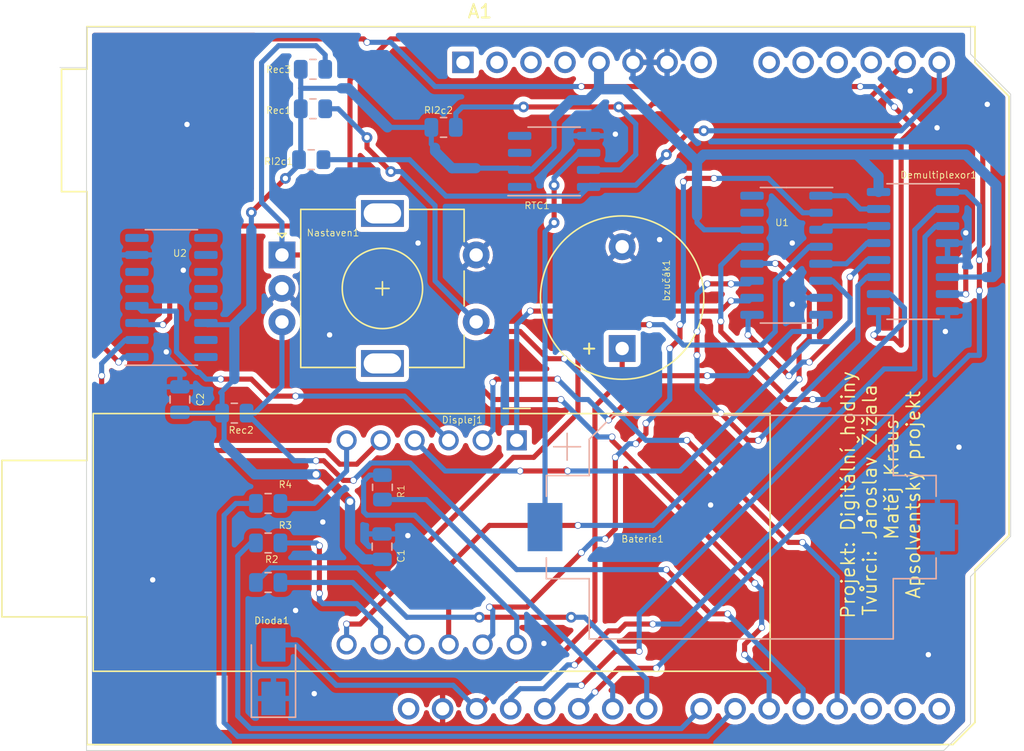
<source format=kicad_pcb>
(kicad_pcb (version 20171130) (host pcbnew "(5.1.8)-1")
  (layers (0 F.Cu signal) (31 B.Cu signal) (34 B.Paste user) (35 F.Paste user) (36 B.SilkS user) (37 F.SilkS user) (38 B.Mask user) (39 F.Mask user) (44 Edge.Cuts user))
  (net 0 "")
  (net 1 "Net-(Baterie1-Pad1)")
  (net 2 GND)
  (net 3 Buz)
  (net 4 VCC)
  (net 5 Y0)
  (net 6 Y1)
  (net 7 Y2)
  (net 8 Y3)
  (net 9 Y4)
  (net 10 Y5)
  (net 11 Y6)
  (net 12 Y7)
  (net 13 A2)
  (net 14 A1)
  (net 15 A0)
  (net 16 S1)
  (net 17 B)
  (net 18 A)
  (net 19 GNDs6)
  (net 20 GNDs8)
  (net 21 GNDs9)
  (net 22 GNDs12)
  (net 23 SDA)
  (net 24 SCL)
  (net 25 "Net-(Displej1-Pad12)")
  (net 26 "Net-(Displej1-Pad11)")
  (net 27 "Net-(Displej1-Pad10)")
  (net 28 "Net-(Displej1-Pad9)")
  (net 29 "Net-(Displej1-Pad8)")
  (net 30 "Net-(Displej1-Pad7)")
  (net 31 "Net-(Displej1-Pad6)")
  (net 32 "Net-(Displej1-Pad5)")
  (net 33 "Net-(Displej1-Pad4)")
  (net 34 "Net-(Displej1-Pad3)")
  (net 35 "Net-(Displej1-Pad2)")
  (net 36 "Net-(Displej1-Pad1)")
  (module Module:Arduino_UNO_R2 (layer F.Cu) (at 162.1028 72.6186)
    (fp_text reference A1 (at 1.27 -3.81 180) (layer F.SilkS))
    (fp_text value Arduino_UNO_R2)
    (pad 16 thru_hole oval (at 33.02 48.26 90) (size 1.6 1.6) (drill 1) (layers *.Cu *.Mask))
    (pad 15 thru_hole oval (at 35.56 48.26 90) (size 1.6 1.6) (drill 1) (layers *.Cu *.Mask))
    (pad 14 thru_hole oval (at 35.56 0 90) (size 1.6 1.6) (drill 1) (layers *.Cu *.Mask) (net 24 SCL))
    (pad 13 thru_hole oval (at 33.02 0 90) (size 1.6 1.6) (drill 1) (layers *.Cu *.Mask) (net 23 SDA))
    (pad 28 thru_hole oval (at 1.02 48.26 90) (size 1.6 1.6) (drill 1) (layers *.Cu *.Mask) (net 3 Buz))
    (pad 12 thru_hole oval (at 30.48 0 90) (size 1.6 1.6) (drill 1) (layers *.Cu *.Mask))
    (pad 27 thru_hole oval (at 3.56 48.26 90) (size 1.6 1.6) (drill 1) (layers *.Cu *.Mask) (net 13 A2))
    (pad 11 thru_hole oval (at 27.94 0 90) (size 1.6 1.6) (drill 1) (layers *.Cu *.Mask))
    (pad 26 thru_hole oval (at 6.1 48.26 90) (size 1.6 1.6) (drill 1) (layers *.Cu *.Mask) (net 14 A1))
    (pad 10 thru_hole oval (at 25.4 0 90) (size 1.6 1.6) (drill 1) (layers *.Cu *.Mask))
    (pad 25 thru_hole oval (at 8.64 48.26 90) (size 1.6 1.6) (drill 1) (layers *.Cu *.Mask) (net 15 A0))
    (pad 9 thru_hole oval (at 22.86 0 90) (size 1.6 1.6) (drill 1) (layers *.Cu *.Mask))
    (pad 24 thru_hole oval (at 11.18 48.26 90) (size 1.6 1.6) (drill 1) (layers *.Cu *.Mask) (net 22 GNDs12))
    (pad 8 thru_hole oval (at 17.78 0 90) (size 1.6 1.6) (drill 1) (layers *.Cu *.Mask))
    (pad 23 thru_hole oval (at 13.72 48.26 90) (size 1.6 1.6) (drill 1) (layers *.Cu *.Mask) (net 21 GNDs9))
    (pad 7 thru_hole oval (at 15.24 0 90) (size 1.6 1.6) (drill 1) (layers *.Cu *.Mask) (net 2 GND))
    (pad 22 thru_hole oval (at 17.78 48.26 90) (size 1.6 1.6) (drill 1) (layers *.Cu *.Mask) (net 20 GNDs8))
    (pad 6 thru_hole oval (at 12.7 0 90) (size 1.6 1.6) (drill 1) (layers *.Cu *.Mask) (net 2 GND))
    (pad 21 thru_hole oval (at 20.32 48.26 90) (size 1.6 1.6) (drill 1) (layers *.Cu *.Mask) (net 19 GNDs6))
    (pad 5 thru_hole oval (at 10.16 0 90) (size 1.6 1.6) (drill 1) (layers *.Cu *.Mask) (net 4 VCC))
    (pad 20 thru_hole oval (at 22.86 48.26 90) (size 1.6 1.6) (drill 1) (layers *.Cu *.Mask) (net 18 A))
    (pad 4 thru_hole oval (at 7.62 0 90) (size 1.6 1.6) (drill 1) (layers *.Cu *.Mask))
    (pad 19 thru_hole oval (at 25.4 48.26 90) (size 1.6 1.6) (drill 1) (layers *.Cu *.Mask) (net 17 B))
    (pad 3 thru_hole oval (at 5.08 0 90) (size 1.6 1.6) (drill 1) (layers *.Cu *.Mask))
    (pad 18 thru_hole oval (at 27.94 48.26 90) (size 1.6 1.6) (drill 1) (layers *.Cu *.Mask) (net 16 S1))
    (pad 2 thru_hole oval (at 2.54 0 90) (size 1.6 1.6) (drill 1) (layers *.Cu *.Mask))
    (pad 17 thru_hole oval (at 30.48 48.26 90) (size 1.6 1.6) (drill 1) (layers *.Cu *.Mask))
    (pad 1 thru_hole rect (at 0 0 90) (size 1.6 1.6) (drill 1) (layers *.Cu *.Mask))
    (pad 30 thru_hole oval (at -4.06 48.26 90) (size 1.6 1.6) (drill 1) (layers *.Cu *.Mask))
    (pad 29 thru_hole oval (at -1.52 48.26 90) (size 1.6 1.6) (drill 1) (layers *.Cu *.Mask) (net 2 GND))
  )
  (module Package_SO:SO-16_3.9x9.9mm_P1.27mm (layer B.Cu) (at 140.335 90.17)
    (fp_text reference U2 (at 0.635 -3.302) (layer F.SilkS) (effects (font (size 0.508 0.508) (thickness 0.0635))))
    (fp_text value 74HC04)
    (pad 16 smd roundrect (at 2.575 4.445) (size 1.75 0.6) (layers B.Cu B.Paste B.Mask))
    (pad 15 smd roundrect (at 2.575 3.175) (size 1.75 0.6) (layers B.Cu B.Paste B.Mask))
    (pad 14 smd roundrect (at 2.575 1.905) (size 1.75 0.6) (layers B.Cu B.Paste B.Mask) (net 4 VCC))
    (pad 13 smd roundrect (at 2.575 0.635) (size 1.75 0.6) (layers B.Cu B.Paste B.Mask))
    (pad 12 smd roundrect (at 2.575 -0.635) (size 1.75 0.6) (layers B.Cu B.Paste B.Mask))
    (pad 11 smd roundrect (at 2.575 -1.905) (size 1.75 0.6) (layers B.Cu B.Paste B.Mask))
    (pad 10 smd roundrect (at 2.575 -3.175) (size 1.75 0.6) (layers B.Cu B.Paste B.Mask))
    (pad 9 smd roundrect (at 2.575 -4.445) (size 1.75 0.6) (layers B.Cu B.Paste B.Mask))
    (pad 8 smd roundrect (at -2.575 -4.445) (size 1.75 0.6) (layers B.Cu B.Paste B.Mask))
    (pad 7 smd roundrect (at -2.575 -3.175) (size 1.75 0.6) (layers B.Cu B.Paste B.Mask) (net 2 GND))
    (pad 6 smd roundrect (at -2.575 -1.905) (size 1.75 0.6) (layers B.Cu B.Paste B.Mask))
    (pad 5 smd roundrect (at -2.575 -0.635) (size 1.75 0.6) (layers B.Cu B.Paste B.Mask))
    (pad 4 smd roundrect (at -2.575 0.635) (size 1.75 0.6) (layers B.Cu B.Paste B.Mask) (net 34 "Net-(Displej1-Pad3)"))
    (pad 3 smd roundrect (at -2.575 1.905) (size 1.75 0.6) (layers B.Cu B.Paste B.Mask) (net 12 Y7))
    (pad 2 smd roundrect (at -2.575 3.175) (size 1.75 0.6) (layers B.Cu B.Paste B.Mask) (net 32 "Net-(Displej1-Pad5)"))
    (pad 1 smd roundrect (at -2.575 4.445) (size 1.75 0.6) (layers B.Cu B.Paste B.Mask) (net 11 Y6))
  )
  (module Package_SO:SO-16_3.9x9.9mm_P1.27mm (layer B.Cu) (at 186.2582 87.0204 180)
    (fp_text reference U1 (at 0.3302 2.4384) (layer F.SilkS) (effects (font (size 0.508 0.508) (thickness 0.0635))))
    (fp_text value 74HC04)
    (pad 16 smd roundrect (at 2.575 4.445 180) (size 1.75 0.6) (layers B.Cu B.Paste B.Mask))
    (pad 15 smd roundrect (at 2.575 3.175 180) (size 1.75 0.6) (layers B.Cu B.Paste B.Mask))
    (pad 14 smd roundrect (at 2.575 1.905 180) (size 1.75 0.6) (layers B.Cu B.Paste B.Mask) (net 4 VCC))
    (pad 13 smd roundrect (at 2.575 0.635 180) (size 1.75 0.6) (layers B.Cu B.Paste B.Mask) (net 10 Y5))
    (pad 12 smd roundrect (at 2.575 -0.635 180) (size 1.75 0.6) (layers B.Cu B.Paste B.Mask) (net 27 "Net-(Displej1-Pad10)"))
    (pad 11 smd roundrect (at 2.575 -1.905 180) (size 1.75 0.6) (layers B.Cu B.Paste B.Mask) (net 9 Y4))
    (pad 10 smd roundrect (at 2.575 -3.175 180) (size 1.75 0.6) (layers B.Cu B.Paste B.Mask) (net 36 "Net-(Displej1-Pad1)"))
    (pad 9 smd roundrect (at 2.575 -4.445 180) (size 1.75 0.6) (layers B.Cu B.Paste B.Mask) (net 8 Y3))
    (pad 8 smd roundrect (at -2.575 -4.445 180) (size 1.75 0.6) (layers B.Cu B.Paste B.Mask) (net 35 "Net-(Displej1-Pad2)"))
    (pad 7 smd roundrect (at -2.575 -3.175 180) (size 1.75 0.6) (layers B.Cu B.Paste B.Mask) (net 2 GND))
    (pad 6 smd roundrect (at -2.575 -1.905 180) (size 1.75 0.6) (layers B.Cu B.Paste B.Mask) (net 33 "Net-(Displej1-Pad4)"))
    (pad 5 smd roundrect (at -2.575 -0.635 180) (size 1.75 0.6) (layers B.Cu B.Paste B.Mask) (net 7 Y2))
    (pad 4 smd roundrect (at -2.575 0.635 180) (size 1.75 0.6) (layers B.Cu B.Paste B.Mask) (net 30 "Net-(Displej1-Pad7)"))
    (pad 3 smd roundrect (at -2.575 1.905 180) (size 1.75 0.6) (layers B.Cu B.Paste B.Mask) (net 6 Y1))
    (pad 2 smd roundrect (at -2.575 3.175 180) (size 1.75 0.6) (layers B.Cu B.Paste B.Mask) (net 26 "Net-(Displej1-Pad11)"))
    (pad 1 smd roundrect (at -2.575 4.445 180) (size 1.75 0.6) (layers B.Cu B.Paste B.Mask) (net 5 Y0))
  )
  (module Package_SO:SO-8_3.9x4.9mm_P1.27mm (layer B.Cu) (at 168.91 80.01)
    (fp_text reference RTC1 (at -1.27 3.302) (layer F.SilkS) (effects (font (size 0.508 0.508) (thickness 0.0635))))
    (fp_text value DS3231MZ)
    (pad 8 smd roundrect (at 2.575 1.905) (size 1.75 0.6) (layers B.Cu B.Paste B.Mask) (net 24 SCL))
    (pad 7 smd roundrect (at 2.575 0.635) (size 1.75 0.6) (layers B.Cu B.Paste B.Mask) (net 23 SDA))
    (pad 6 smd roundrect (at 2.575 -0.635) (size 1.75 0.6) (layers B.Cu B.Paste B.Mask) (net 1 "Net-(Baterie1-Pad1)"))
    (pad 5 smd roundrect (at 2.575 -1.905) (size 1.75 0.6) (layers B.Cu B.Paste B.Mask) (net 2 GND))
    (pad 4 smd roundrect (at -2.575 -1.905) (size 1.75 0.6) (layers B.Cu B.Paste B.Mask))
    (pad 3 smd roundrect (at -2.575 -0.635) (size 1.75 0.6) (layers B.Cu B.Paste B.Mask))
    (pad 2 smd roundrect (at -2.575 0.635) (size 1.75 0.6) (layers B.Cu B.Paste B.Mask) (net 4 VCC))
    (pad 1 smd roundrect (at -2.575 1.905) (size 1.75 0.6) (layers B.Cu B.Paste B.Mask))
  )
  (module Resistor_SMD:R_0805_2012Metric (layer B.Cu) (at 160.655 77.47)
    (fp_text reference RI2c2 (at -0.381 -1.27 -180) (layer F.SilkS) (effects (font (size 0.508 0.508) (thickness 0.0635))))
    (fp_text value 4k7)
    (pad 2 smd roundrect (at 0.9125 0) (size 1.025 1.4) (layers B.Cu B.Paste B.Mask) (roundrect_rratio 0.243902) (net 23 SDA))
    (pad 1 smd roundrect (at -0.9125 0) (size 1.025 1.4) (layers B.Cu B.Paste B.Mask) (roundrect_rratio 0.243902) (net 4 VCC))
  )
  (module Resistor_SMD:R_0805_2012Metric (layer B.Cu) (at 150.7744 79.883)
    (fp_text reference RI2c1 (at -2.4384 0.127) (layer F.SilkS) (effects (font (size 0.508 0.508) (thickness 0.0635))))
    (fp_text value 4k7)
    (pad 2 smd roundrect (at 0.9125 0) (size 1.025 1.4) (layers B.Cu B.Paste B.Mask) (roundrect_rratio 0.243902) (net 24 SCL))
    (pad 1 smd roundrect (at -0.9125 0) (size 1.025 1.4) (layers B.Cu B.Paste B.Mask) (roundrect_rratio 0.243902) (net 4 VCC))
  )
  (module Resistor_SMD:R_0805_2012Metric (layer B.Cu) (at 150.904401 73.132999)
    (fp_text reference Rec3 (at -2.568401 0.019001) (layer F.SilkS) (effects (font (size 0.508 0.508) (thickness 0.0635))))
    (fp_text value 10K)
    (pad 2 smd roundrect (at 0.9125 0) (size 1.025 1.4) (layers B.Cu B.Paste B.Mask) (roundrect_rratio 0.243902) (net 18 A))
    (pad 1 smd roundrect (at -0.9125 0) (size 1.025 1.4) (layers B.Cu B.Paste B.Mask) (roundrect_rratio 0.243902) (net 4 VCC))
  )
  (module Resistor_SMD:R_0805_2012Metric (layer B.Cu) (at 145.034 98.806)
    (fp_text reference Rec2 (at 0.508 1.27) (layer F.SilkS) (effects (font (size 0.508 0.508) (thickness 0.0635))))
    (fp_text value 10K)
    (pad 2 smd roundrect (at 0.9125 0) (size 1.025 1.4) (layers B.Cu B.Paste B.Mask) (roundrect_rratio 0.243902) (net 17 B))
    (pad 1 smd roundrect (at -0.9125 0) (size 1.025 1.4) (layers B.Cu B.Paste B.Mask) (roundrect_rratio 0.243902) (net 4 VCC))
  )
  (module Resistor_SMD:R_0805_2012Metric (layer B.Cu) (at 150.904401 76.082999)
    (fp_text reference Rec1 (at -2.568401 0.117001) (layer F.SilkS) (effects (font (size 0.508 0.508) (thickness 0.0635))))
    (fp_text value 10K)
    (pad 2 smd roundrect (at 0.9125 0) (size 1.025 1.4) (layers B.Cu B.Paste B.Mask) (roundrect_rratio 0.243902) (net 16 S1))
    (pad 1 smd roundrect (at -0.9125 0) (size 1.025 1.4) (layers B.Cu B.Paste B.Mask) (roundrect_rratio 0.243902) (net 4 VCC))
  )
  (module Resistor_SMD:R_0805_2012Metric (layer B.Cu) (at 147.557801 105.548999)
    (fp_text reference R4 (at 1.286199 -1.408999) (layer F.SilkS) (effects (font (size 0.508 0.508) (thickness 0.0635))))
    (fp_text value 220)
    (pad 2 smd roundrect (at 0.9125 0) (size 1.025 1.4) (layers B.Cu B.Paste B.Mask) (roundrect_rratio 0.243902) (net 31 "Net-(Displej1-Pad6)"))
    (pad 1 smd roundrect (at -0.9125 0) (size 1.025 1.4) (layers B.Cu B.Paste B.Mask) (roundrect_rratio 0.243902) (net 19 GNDs6))
  )
  (module Resistor_SMD:R_0805_2012Metric (layer B.Cu) (at 147.557801 108.498999)
    (fp_text reference R3 (at 1.286199 -1.310999) (layer F.SilkS) (effects (font (size 0.508 0.508) (thickness 0.0635))))
    (fp_text value 220)
    (pad 2 smd roundrect (at 0.9125 0) (size 1.025 1.4) (layers B.Cu B.Paste B.Mask) (roundrect_rratio 0.243902) (net 29 "Net-(Displej1-Pad8)"))
    (pad 1 smd roundrect (at -0.9125 0) (size 1.025 1.4) (layers B.Cu B.Paste B.Mask) (roundrect_rratio 0.243902) (net 20 GNDs8))
  )
  (module Resistor_SMD:R_0805_2012Metric (layer B.Cu) (at 147.557801 111.448999)
    (fp_text reference R2 (at 0.270199 -1.720999 180) (layer F.SilkS) (effects (font (size 0.508 0.508) (thickness 0.0635))))
    (fp_text value 220)
    (pad 2 smd roundrect (at 0.9125 0) (size 1.025 1.4) (layers B.Cu B.Paste B.Mask) (roundrect_rratio 0.243902) (net 28 "Net-(Displej1-Pad9)"))
    (pad 1 smd roundrect (at -0.9125 0) (size 1.025 1.4) (layers B.Cu B.Paste B.Mask) (roundrect_rratio 0.243902) (net 21 GNDs9))
  )
  (module Resistor_SMD:R_0805_2012Metric (layer B.Cu) (at 156.089999 104.344399 90)
    (fp_text reference R1 (at -0.303601 1.390001 90) (layer F.SilkS) (effects (font (size 0.508 0.508) (thickness 0.0508))))
    (fp_text value 220)
    (pad 2 smd roundrect (at 0.9125 0 90) (size 1.025 1.4) (layers B.Cu B.Paste B.Mask) (roundrect_rratio 0.243902) (net 25 "Net-(Displej1-Pad12)"))
    (pad 1 smd roundrect (at -0.9125 0 90) (size 1.025 1.4) (layers B.Cu B.Paste B.Mask) (roundrect_rratio 0.243902) (net 22 GNDs12))
  )
  (module Rotary_Encoder:RotaryEncoder_Alps_EC11E-Switch_Vertical_H20mm (layer F.Cu) (at 148.59 86.995)
    (fp_text reference Nastaven1 (at 3.81 -1.651) (layer F.SilkS) (effects (font (size 0.508 0.508) (thickness 0.0635))))
    (fp_text value "nastavení hodin")
    (pad A thru_hole rect (at 0 0) (size 2 2) (drill 1) (layers *.Cu *.Mask) (net 18 A))
    (pad C thru_hole circle (at 0 2.5) (size 2 2) (drill 1) (layers *.Cu *.Mask) (net 2 GND))
    (pad B thru_hole circle (at 0 5) (size 2 2) (drill 1) (layers *.Cu *.Mask) (net 17 B))
    (pad MP thru_hole rect (at 7.5 -3.1) (size 3.2 2) (drill oval 2.8 1.5) (layers *.Cu *.Mask))
    (pad MP thru_hole rect (at 7.5 8.1) (size 3.2 2) (drill oval 2.8 1.5) (layers *.Cu *.Mask))
    (pad S2 thru_hole circle (at 14.5 0) (size 2 2) (drill 1) (layers *.Cu *.Mask) (net 2 GND))
    (pad S1 thru_hole circle (at 14.5 5) (size 2 2) (drill 1) (layers *.Cu *.Mask) (net 16 S1))
  )
  (module Display_7Segment:CA56-12SRWA (layer F.Cu) (at 166.116 100.838 270)
    (fp_text reference Displej1 (at -1.524 4.064) (layer F.SilkS) (effects (font (size 0.508 0.508) (thickness 0.0635))))
    (fp_text value Displej)
    (pad 12 thru_hole circle (at 15.24 0 270) (size 1.5 1.5) (drill 1) (layers *.Cu *.Mask) (net 25 "Net-(Displej1-Pad12)"))
    (pad 11 thru_hole circle (at 15.24 2.54 270) (size 1.5 1.5) (drill 1) (layers *.Cu *.Mask) (net 26 "Net-(Displej1-Pad11)"))
    (pad 10 thru_hole circle (at 15.24 5.08 270) (size 1.5 1.5) (drill 1) (layers *.Cu *.Mask) (net 27 "Net-(Displej1-Pad10)"))
    (pad 9 thru_hole circle (at 15.24 7.62 270) (size 1.5 1.5) (drill 1) (layers *.Cu *.Mask) (net 28 "Net-(Displej1-Pad9)"))
    (pad 8 thru_hole circle (at 15.24 10.16 270) (size 1.5 1.5) (drill 1) (layers *.Cu *.Mask) (net 29 "Net-(Displej1-Pad8)"))
    (pad 7 thru_hole circle (at 15.24 12.7 270) (size 1.5 1.5) (drill 1) (layers *.Cu *.Mask) (net 30 "Net-(Displej1-Pad7)"))
    (pad 6 thru_hole circle (at 0 12.7 270) (size 1.5 1.5) (drill 1) (layers *.Cu *.Mask) (net 31 "Net-(Displej1-Pad6)"))
    (pad 5 thru_hole circle (at 0 10.16 270) (size 1.5 1.5) (drill 1) (layers *.Cu *.Mask) (net 32 "Net-(Displej1-Pad5)"))
    (pad 4 thru_hole circle (at 0 7.62 270) (size 1.5 1.5) (drill 1) (layers *.Cu *.Mask) (net 33 "Net-(Displej1-Pad4)"))
    (pad 3 thru_hole circle (at 0 5.08 270) (size 1.5 1.5) (drill 1) (layers *.Cu *.Mask) (net 34 "Net-(Displej1-Pad3)"))
    (pad 2 thru_hole circle (at 0 2.54 270) (size 1.5 1.5) (drill 1) (layers *.Cu *.Mask) (net 35 "Net-(Displej1-Pad2)"))
    (pad 1 thru_hole rect (at 0 0 270) (size 1.5 1.5) (drill 1) (layers *.Cu *.Mask) (net 36 "Net-(Displej1-Pad1)"))
  )
  (module Diode_SMD:D_SMA (layer B.Cu) (at 147.955 118.11 90)
    (fp_text reference Dioda1 (at 3.81 -0.127 180) (layer F.SilkS) (effects (font (size 0.508 0.508) (thickness 0.0635))))
    (fp_text value DIODE)
    (pad 2 smd rect (at 2 0 90) (size 2.5 1.8) (layers B.Cu B.Paste B.Mask) (net 3 Buz))
    (pad 1 smd rect (at -2 0 90) (size 2.5 1.8) (layers B.Cu B.Paste B.Mask) (net 2 GND))
  )
  (module Package_SO:SO-16_3.9x9.9mm_P1.27mm (layer B.Cu) (at 195.707 86.741 180)
    (fp_text reference Demultiplexor1 (at -1.905 5.715) (layer F.SilkS) (effects (font (size 0.508 0.508) (thickness 0.0635))))
    (fp_text value 74HC138)
    (pad 16 smd roundrect (at 2.575 4.445 180) (size 1.75 0.6) (layers B.Cu B.Paste B.Mask) (net 4 VCC))
    (pad 15 smd roundrect (at 2.575 3.175 180) (size 1.75 0.6) (layers B.Cu B.Paste B.Mask) (net 5 Y0))
    (pad 14 smd roundrect (at 2.575 1.905 180) (size 1.75 0.6) (layers B.Cu B.Paste B.Mask) (net 6 Y1))
    (pad 13 smd roundrect (at 2.575 0.635 180) (size 1.75 0.6) (layers B.Cu B.Paste B.Mask) (net 7 Y2))
    (pad 12 smd roundrect (at 2.575 -0.635 180) (size 1.75 0.6) (layers B.Cu B.Paste B.Mask) (net 8 Y3))
    (pad 11 smd roundrect (at 2.575 -1.905 180) (size 1.75 0.6) (layers B.Cu B.Paste B.Mask) (net 9 Y4))
    (pad 10 smd roundrect (at 2.575 -3.175 180) (size 1.75 0.6) (layers B.Cu B.Paste B.Mask) (net 10 Y5))
    (pad 9 smd roundrect (at 2.575 -4.445 180) (size 1.75 0.6) (layers B.Cu B.Paste B.Mask) (net 11 Y6))
    (pad 8 smd roundrect (at -2.575 -4.445 180) (size 1.75 0.6) (layers B.Cu B.Paste B.Mask) (net 2 GND))
    (pad 7 smd roundrect (at -2.575 -3.175 180) (size 1.75 0.6) (layers B.Cu B.Paste B.Mask) (net 12 Y7))
    (pad 6 smd roundrect (at -2.575 -1.905 180) (size 1.75 0.6) (layers B.Cu B.Paste B.Mask) (net 4 VCC))
    (pad 5 smd roundrect (at -2.575 -0.635 180) (size 1.75 0.6) (layers B.Cu B.Paste B.Mask) (net 2 GND))
    (pad 4 smd roundrect (at -2.575 0.635 180) (size 1.75 0.6) (layers B.Cu B.Paste B.Mask) (net 2 GND))
    (pad 3 smd roundrect (at -2.575 1.905 180) (size 1.75 0.6) (layers B.Cu B.Paste B.Mask) (net 13 A2))
    (pad 2 smd roundrect (at -2.575 3.175 180) (size 1.75 0.6) (layers B.Cu B.Paste B.Mask) (net 14 A1))
    (pad 1 smd roundrect (at -2.575 4.445 180) (size 1.75 0.6) (layers B.Cu B.Paste B.Mask) (net 15 A0))
  )
  (module Capacitor_SMD:C_0805_2012Metric (layer B.Cu) (at 140.97 97.79 90)
    (fp_text reference C2 (at 0 1.524 90) (layer F.SilkS) (effects (font (size 0.508 0.508) (thickness 0.0635))))
    (fp_text value 1nF)
    (pad 2 smd roundrect (at 0.95 0 90) (size 1 1.45) (layers B.Cu B.Paste B.Mask) (net 2 GND))
    (pad 1 smd roundrect (at -0.95 0 90) (size 1 1.45) (layers B.Cu B.Paste B.Mask) (net 4 VCC))
  )
  (module Capacitor_SMD:C_0805_2012Metric (layer B.Cu) (at 156.059999 108.774399 90)
    (fp_text reference C1 (at -0.699601 1.420001 90) (layer F.SilkS) (effects (font (size 0.508 0.508) (thickness 0.0635))))
    (fp_text value 10nF)
    (pad 2 smd roundrect (at 0.95 0 90) (size 1 1.45) (layers B.Cu B.Paste B.Mask) (net 2 GND))
    (pad 1 smd roundrect (at -0.95 0 90) (size 1 1.45) (layers B.Cu B.Paste B.Mask) (net 4 VCC))
  )
  (module Buzzer_Beeper:Buzzer_12x9.5RM7.6 (layer F.Cu) (at 173.99 93.98 90)
    (fp_text reference bzučák1 (at 5.08 3.302 270) (layer F.SilkS) (effects (font (size 0.508 0.508) (thickness 0.0635))))
    (fp_text value Buzzer)
    (fp_text user + (at -0.01 -2.54 90) (layer F.SilkS))
    (pad 2 thru_hole circle (at 7.6 0 90) (size 2 2) (drill 1) (layers *.Cu *.Mask) (net 2 GND))
    (pad 1 thru_hole rect (at 0 0 90) (size 2 2) (drill 1) (layers *.Cu *.Mask) (net 3 Buz))
  )
  (module Battery:BatteryHolder_Keystone_1060_1x2032 (layer B.Cu) (at 182.88 107.315)
    (fp_text reference Baterie1 (at -7.366 0.889 -180) (layer F.SilkS) (effects (font (size 0.508 0.508) (thickness 0.0635))))
    (fp_text value Battery_Cell)
    (pad 1 smd rect (at -14.65 0 180) (size 2.6 3.6) (layers B.Cu B.Paste B.Mask) (net 1 "Net-(Baterie1-Pad1)"))
    (pad 2 smd rect (at 14.65 0 180) (size 2.6 3.6) (layers B.Cu B.Paste B.Mask) (net 2 GND))
  )
  (gr_text "Projekt: Digitální hodiny\nTvůrci: Jaroslav Žížala \n   Matěj Kraus\nApsolventský projekt" (at 193.294 104.902 90) (layer F.SilkS) (effects (font (size 1.008 1.008) (thickness 0.1235))))
  (gr_line (start 200 122) (end 200 111) (angle 90) (layer Edge.Cuts) (width 0.05))
  (gr_line (start 198 124) (end 200 122) (angle 90) (layer Edge.Cuts) (width 0.05))
  (gr_line (start 134 124) (end 198 124) (angle 90) (layer Edge.Cuts) (width 0.05))
  (gr_line (start 134 70) (end 134 124) (angle 90) (layer Edge.Cuts) (width 0.05))
  (gr_line (start 200 70) (end 134 70) (angle 90) (layer Edge.Cuts) (width 0.05))
  (gr_line (start 200 72) (end 200 70) (angle 90) (layer Edge.Cuts) (width 0.05))
  (gr_line (start 203 75) (end 200 72) (angle 90) (layer Edge.Cuts) (width 0.05))
  (gr_line (start 203 108) (end 203 75) (angle 90) (layer Edge.Cuts) (width 0.05))
  (gr_line (start 200 111) (end 203 108) (angle 90) (layer Edge.Cuts) (width 0.05))
  (gr_line (start 200 122) (end 200 111) (angle 90) (layer Edge.Cuts) (width 0.05))
  (gr_line (start 200 70) (end 134 70) (angle 90) (layer Edge.Cuts) (width 0.05))
  (gr_line (start 200 72) (end 200 70) (angle 90) (layer Edge.Cuts) (width 0.05))
  (gr_line (start 203 75) (end 200 72) (angle 90) (layer Edge.Cuts) (width 0.05))
  (gr_line (start 203 108) (end 203 75) (angle 90) (layer Edge.Cuts) (width 0.05))
  (gr_line (start 200 111) (end 203 108) (angle 90) (layer Edge.Cuts) (width 0.05))
  (gr_line (start 200 121) (end 200 111) (angle 90) (layer Edge.Cuts) (width 0.05))
  (gr_line (start 200 122) (end 200 121) (angle 90) (layer Edge.Cuts) (width 0.05))
  (gr_line (start 198 124) (end 200 122) (angle 90) (layer Edge.Cuts) (width 0.05))
  (gr_line (start 134 124) (end 198 124) (angle 90) (layer Edge.Cuts) (width 0.05))
  (gr_line (start 134 123) (end 134 124) (angle 90) (layer Edge.Cuts) (width 0.05))
  (gr_line (start 134 73) (end 134 123) (angle 90) (layer Edge.Cuts) (width 0.05))
  (gr_line (start 134 73) (end 132 73) (angle 90) (layer Edge.Cuts) (width 0.05))
  (gr_line (start 134 70) (end 134 73) (angle 90) (layer Edge.Cuts) (width 0.05))
  (segment (start 168.23 107.315) (end 168.23 85.262) (width 0.381) (layer B.Cu) (net 1))
  (segment (start 168.23 85.262) (end 168.91 84.582) (width 0.381) (layer B.Cu) (net 1))
  (segment (start 168.91 84.582) (end 168.91 84.582) (width 0.381) (layer B.Cu) (net 1))
  (via (at 168.91 84.582) (size 0.8) (drill 0.4) (layers F.Cu B.Cu) (net 1))
  (segment (start 168.91 84.582) (end 168.91 81.788) (width 0.381) (layer F.Cu) (net 1))
  (segment (start 168.91 81.788) (end 168.91 81.788) (width 0.381) (layer F.Cu) (net 1))
  (via (at 168.91 81.788) (size 0.8) (drill 0.4) (layers F.Cu B.Cu) (net 1))
  (segment (start 170.757315 79.375) (end 171.485 79.375) (width 0.381) (layer B.Cu) (net 1))
  (segment (start 168.91 81.222315) (end 170.757315 79.375) (width 0.381) (layer B.Cu) (net 1))
  (segment (start 168.91 81.788) (end 168.91 81.222315) (width 0.381) (layer B.Cu) (net 1))
  (via (at 180.594 105.664) (size 0.8) (drill 0.4) (layers F.Cu B.Cu) (net 2))
  (via (at 151.638 106.934) (size 0.8) (drill 0.4) (layers F.Cu B.Cu) (net 2))
  (via (at 152.146 92.964) (size 0.8) (drill 0.4) (layers F.Cu B.Cu) (net 2))
  (via (at 196.85 116.84) (size 0.8) (drill 0.4) (layers F.Cu B.Cu) (net 2))
  (via (at 186.69 86.106) (size 0.8) (drill 0.4) (layers F.Cu B.Cu) (net 2))
  (via (at 199.644 85.344) (size 0.8) (drill 0.4) (layers F.Cu B.Cu) (net 2))
  (via (at 157.988 107.95) (size 0.8) (drill 0.4) (layers F.Cu B.Cu) (net 2))
  (via (at 149.606 113.538) (size 0.8) (drill 0.4) (layers F.Cu B.Cu) (net 2))
  (via (at 151 119.75) (size 0.8) (drill 0.4) (layers F.Cu B.Cu) (net 2))
  (via (at 198.12 92.71) (size 0.8) (drill 0.4) (layers F.Cu B.Cu) (net 2))
  (via (at 141.5 77.25) (size 0.8) (drill 0.4) (layers F.Cu B.Cu) (net 2))
  (via (at 176.784 85.852) (size 0.8) (drill 0.4) (layers F.Cu B.Cu) (net 2))
  (via (at 173.482 77.978) (size 0.8) (drill 0.4) (layers F.Cu B.Cu) (net 2))
  (via (at 139.954 94.234) (size 0.8) (drill 0.4) (layers F.Cu B.Cu) (net 2))
  (via (at 141.224 88.138) (size 0.8) (drill 0.4) (layers F.Cu B.Cu) (net 2))
  (via (at 158.75 86.106) (size 0.8) (drill 0.4) (layers F.Cu B.Cu) (net 2))
  (via (at 191.77 106.68) (size 0.8) (drill 0.4) (layers F.Cu B.Cu) (net 2))
  (via (at 199.136 101.346) (size 0.8) (drill 0.4) (layers F.Cu B.Cu) (net 2))
  (via (at 168.148 116) (size 0.8) (drill 0.4) (layers F.Cu B.Cu) (net 2))
  (via (at 197.5 77.5) (size 0.8) (drill 0.4) (layers F.Cu B.Cu) (net 2))
  (via (at 195.5 74.75) (size 0.8) (drill 0.4) (layers F.Cu B.Cu) (net 2))
  (via (at 201.25 75.75) (size 0.8) (drill 0.4) (layers F.Cu B.Cu) (net 2))
  (via (at 186.69 90.678) (size 0.8) (drill 0.4) (layers F.Cu B.Cu) (net 2))
  (via (at 138.938 111.252) (size 0.8) (drill 0.4) (layers F.Cu B.Cu) (net 2))
  (segment (start 147.955 116.11) (end 149.638 116.11) (width 0.381) (layer B.Cu) (net 3))
  (segment (start 149.638 116.11) (end 152.654 119.126) (width 0.381) (layer B.Cu) (net 3))
  (segment (start 161.3702 119.126) (end 163.1228 120.8786) (width 0.381) (layer B.Cu) (net 3))
  (segment (start 152.654 119.126) (end 161.3702 119.126) (width 0.381) (layer B.Cu) (net 3))
  (segment (start 173.99 93.98) (end 173.99 96.266) (width 0.381) (layer F.Cu) (net 3))
  (segment (start 173.99 96.266) (end 171.958 98.298) (width 0.381) (layer F.Cu) (net 3))
  (segment (start 171.958 98.298) (end 171.958 114.3) (width 0.381) (layer F.Cu) (net 3))
  (segment (start 171.958 114.3) (end 167.64 118.618) (width 0.381) (layer F.Cu) (net 3))
  (segment (start 167.64 118.618) (end 166.161458 118.618) (width 0.381) (layer F.Cu) (net 3))
  (segment (start 165.233671 118.767729) (end 166.011729 118.767729) (width 0.381) (layer F.Cu) (net 3))
  (segment (start 163.1228 120.8786) (end 165.233671 118.767729) (width 0.381) (layer F.Cu) (net 3))
  (segment (start 166.161458 118.618) (end 166.011729 118.767729) (width 0.381) (layer F.Cu) (net 3))
  (segment (start 172.2628 72.6186) (end 172.2628 74.6252) (width 0.762) (layer B.Cu) (net 4))
  (segment (start 172.2628 74.6252) (end 171.45 75.438) (width 0.762) (layer B.Cu) (net 4))
  (segment (start 171.45 75.438) (end 170.18 75.438) (width 0.762) (layer B.Cu) (net 4))
  (segment (start 170.18 75.438) (end 168.91 76.708) (width 0.762) (layer B.Cu) (net 4))
  (segment (start 167.21 80.645) (end 166.335 80.645) (width 0.381) (layer B.Cu) (net 4))
  (segment (start 168.91 78.945) (end 167.21 80.645) (width 0.381) (layer B.Cu) (net 4))
  (segment (start 168.91 76.708) (end 168.91 78.945) (width 0.381) (layer B.Cu) (net 4))
  (segment (start 172.2628 74.6252) (end 174.1932 74.6252) (width 0.762) (layer B.Cu) (net 4))
  (segment (start 174.1932 74.6252) (end 179.578 80.01) (width 0.762) (layer B.Cu) (net 4))
  (segment (start 179.578 80.01) (end 179.578 84.074) (width 0.762) (layer B.Cu) (net 4))
  (segment (start 179.578 84.074) (end 179.578 84.582) (width 0.381) (layer B.Cu) (net 4))
  (segment (start 180.1114 85.1154) (end 183.6832 85.1154) (width 0.381) (layer B.Cu) (net 4))
  (segment (start 179.578 84.582) (end 180.1114 85.1154) (width 0.381) (layer B.Cu) (net 4))
  (segment (start 149.991901 79.752999) (end 149.8619 79.883) (width 0.381) (layer B.Cu) (net 4))
  (segment (start 149.991901 76.082999) (end 149.991901 79.752999) (width 0.381) (layer B.Cu) (net 4))
  (segment (start 149.991901 74.553901) (end 153.030099 74.553901) (width 0.381) (layer B.Cu) (net 4))
  (segment (start 149.991901 73.132999) (end 149.991901 74.553901) (width 0.381) (layer B.Cu) (net 4))
  (segment (start 149.991901 74.553901) (end 149.991901 76.082999) (width 0.381) (layer B.Cu) (net 4))
  (segment (start 153.030099 74.553901) (end 153.547901 74.553901) (width 0.762) (layer B.Cu) (net 4))
  (segment (start 153.547901 74.553901) (end 156.464 77.47) (width 0.762) (layer B.Cu) (net 4))
  (segment (start 156.464 77.47) (end 159.7425 77.47) (width 0.381) (layer B.Cu) (net 4))
  (segment (start 159.7425 77.47) (end 159.7425 78.7165) (width 0.381) (layer B.Cu) (net 4))
  (segment (start 159.7425 78.7165) (end 160.02 78.994) (width 0.381) (layer B.Cu) (net 4))
  (segment (start 160.02 78.994) (end 160.02 79.248) (width 0.762) (layer B.Cu) (net 4))
  (segment (start 160.02 79.248) (end 161.29 80.518) (width 0.762) (layer B.Cu) (net 4))
  (segment (start 161.29 80.518) (end 163.068 80.518) (width 0.762) (layer B.Cu) (net 4))
  (segment (start 166.208 80.518) (end 166.335 80.645) (width 0.381) (layer B.Cu) (net 4))
  (segment (start 163.068 80.518) (end 166.208 80.518) (width 0.381) (layer B.Cu) (net 4))
  (segment (start 149.8619 79.883) (end 149.8619 80.2621) (width 0.381) (layer B.Cu) (net 4))
  (segment (start 149.8619 80.2621) (end 148.844 81.28) (width 0.381) (layer B.Cu) (net 4))
  (segment (start 148.844 81.28) (end 148.844 81.28) (width 0.381) (layer B.Cu) (net 4))
  (via (at 148.844 81.28) (size 0.8) (drill 0.4) (layers F.Cu B.Cu) (net 4))
  (segment (start 148.844 81.28) (end 146.304 83.82) (width 0.381) (layer F.Cu) (net 4))
  (segment (start 146.304 83.82) (end 146.304 83.82) (width 0.381) (layer F.Cu) (net 4))
  (via (at 146.304 83.82) (size 0.8) (drill 0.4) (layers F.Cu B.Cu) (net 4))
  (segment (start 146.304 83.82) (end 146.304 85.09) (width 0.381) (layer B.Cu) (net 4))
  (segment (start 146.304 85.09) (end 146.304 90.932) (width 0.762) (layer B.Cu) (net 4))
  (segment (start 146.304 90.932) (end 145.034 92.202) (width 0.762) (layer B.Cu) (net 4))
  (segment (start 143.037 92.202) (end 142.91 92.075) (width 0.381) (layer B.Cu) (net 4))
  (segment (start 145.034 92.202) (end 143.037 92.202) (width 0.381) (layer B.Cu) (net 4))
  (segment (start 145.034 92.202) (end 145.034 96.266) (width 0.762) (layer B.Cu) (net 4))
  (segment (start 145.034 96.266) (end 144.018 97.282) (width 0.381) (layer B.Cu) (net 4))
  (segment (start 144.1215 97.3855) (end 144.1215 98.806) (width 0.381) (layer B.Cu) (net 4))
  (segment (start 144.018 97.282) (end 144.1215 97.3855) (width 0.381) (layer B.Cu) (net 4))
  (segment (start 141.036 98.806) (end 140.97 98.74) (width 0.381) (layer B.Cu) (net 4))
  (segment (start 144.1215 98.806) (end 141.036 98.806) (width 0.381) (layer B.Cu) (net 4))
  (segment (start 193.132 82.296) (end 193.04 82.296) (width 0.381) (layer B.Cu) (net 4))
  (segment (start 180.086 79.502) (end 179.578 80.01) (width 0.762) (layer B.Cu) (net 4))
  (segment (start 193.132 82.296) (end 193.132 81.118) (width 0.762) (layer B.Cu) (net 4))
  (segment (start 191.516 79.502) (end 180.086 79.502) (width 0.762) (layer B.Cu) (net 4))
  (segment (start 193.132 81.118) (end 191.516 79.502) (width 0.762) (layer B.Cu) (net 4))
  (segment (start 198.282 88.646) (end 200.914 88.646) (width 0.381) (layer B.Cu) (net 4))
  (segment (start 200.914 88.646) (end 201.168 88.646) (width 0.381) (layer B.Cu) (net 4))
  (segment (start 199.644 79.502) (end 191.516 79.502) (width 0.762) (layer B.Cu) (net 4))
  (segment (start 201.93 81.788) (end 199.644 79.502) (width 0.762) (layer B.Cu) (net 4))
  (segment (start 201.93 88.392) (end 201.93 81.788) (width 0.762) (layer B.Cu) (net 4))
  (segment (start 201.676 88.646) (end 201.93 88.392) (width 0.762) (layer B.Cu) (net 4))
  (segment (start 201.168 88.646) (end 201.676 88.646) (width 0.762) (layer B.Cu) (net 4))
  (segment (start 156.059999 109.724399) (end 155.190399 109.724399) (width 0.381) (layer B.Cu) (net 4))
  (segment (start 155.190399 109.724399) (end 154.682399 109.724399) (width 0.762) (layer B.Cu) (net 4))
  (segment (start 154.682399 109.724399) (end 153.67 108.712) (width 0.762) (layer B.Cu) (net 4))
  (segment (start 153.67 108.712) (end 153.67 105.41) (width 0.762) (layer B.Cu) (net 4))
  (segment (start 153.67 105.41) (end 153.67 105.41) (width 0.762) (layer B.Cu) (net 4))
  (segment (start 153.67 105.41) (end 153.67 105.41) (width 0.762) (layer F.Cu) (net 4))
  (segment (start 151.638 103.378) (end 151.13 103.378) (width 0.762) (layer F.Cu) (net 4))
  (segment (start 151.13 103.378) (end 151.13 103.378) (width 0.762) (layer F.Cu) (net 4))
  (via (at 151.13 103.378) (size 0.762) (drill 0.508) (layers F.Cu B.Cu) (net 4))
  (segment (start 153.67 105.41) (end 151.638 103.378) (width 0.762) (layer F.Cu) (net 4))
  (via (at 153.67 105.41) (size 0.762) (drill 0.508) (layers F.Cu B.Cu) (net 4))
  (segment (start 151.13 103.378) (end 146.558 103.378) (width 0.762) (layer B.Cu) (net 4))
  (segment (start 146.558 103.378) (end 144.272 101.092) (width 0.762) (layer B.Cu) (net 4))
  (segment (start 144.272 98.9565) (end 144.1215 98.806) (width 0.381) (layer B.Cu) (net 4))
  (segment (start 144.272 101.092) (end 144.272 98.9565) (width 0.381) (layer B.Cu) (net 4))
  (segment (start 193.132 83.566) (end 191.77 83.566) (width 0.381) (layer B.Cu) (net 5))
  (segment (start 190.7794 82.5754) (end 188.8332 82.5754) (width 0.381) (layer B.Cu) (net 5))
  (segment (start 191.77 83.566) (end 190.7794 82.5754) (width 0.381) (layer B.Cu) (net 5))
  (segment (start 189.1126 84.836) (end 188.8332 85.1154) (width 0.381) (layer B.Cu) (net 6))
  (segment (start 193.132 84.836) (end 189.1126 84.836) (width 0.381) (layer B.Cu) (net 6))
  (segment (start 193.132 86.106) (end 192.278 86.106) (width 0.381) (layer B.Cu) (net 7))
  (segment (start 190.7286 87.6554) (end 188.8332 87.6554) (width 0.381) (layer B.Cu) (net 7))
  (segment (start 192.278 86.106) (end 190.7286 87.6554) (width 0.381) (layer B.Cu) (net 7))
  (segment (start 193.132 87.376) (end 192.278 87.376) (width 0.381) (layer B.Cu) (net 8))
  (segment (start 192.278 87.376) (end 191.008 88.646) (width 0.381) (layer B.Cu) (net 8))
  (segment (start 191.008 88.646) (end 191.008 88.646) (width 0.381) (layer B.Cu) (net 8))
  (via (at 191.008 88.646) (size 0.508) (drill 0.4064) (layers F.Cu B.Cu) (net 8))
  (segment (start 191.008 88.646) (end 191.008 91.948) (width 0.381) (layer F.Cu) (net 8))
  (segment (start 191.008 91.948) (end 187.96 94.996) (width 0.381) (layer F.Cu) (net 8))
  (segment (start 187.96 94.996) (end 187.96 94.996) (width 0.381) (layer F.Cu) (net 8))
  (via (at 187.96 94.996) (size 0.508) (drill 0.4064) (layers F.Cu B.Cu) (net 8))
  (segment (start 187.96 94.996) (end 187.452 94.996) (width 0.381) (layer B.Cu) (net 8))
  (segment (start 187.452 94.996) (end 186.436 96.012) (width 0.381) (layer B.Cu) (net 8))
  (segment (start 186.436 96.012) (end 186.436 96.012) (width 0.381) (layer B.Cu) (net 8))
  (via (at 186.436 96.012) (size 0.508) (drill 0.4064) (layers F.Cu B.Cu) (net 8))
  (segment (start 186.436 96.012) (end 183.388 92.964) (width 0.381) (layer F.Cu) (net 8))
  (segment (start 183.388 92.964) (end 183.388 92.964) (width 0.381) (layer F.Cu) (net 8))
  (via (at 183.388 92.964) (size 0.508) (drill 0.4064) (layers F.Cu B.Cu) (net 8))
  (segment (start 183.388 91.7606) (end 183.6832 91.4654) (width 0.381) (layer B.Cu) (net 8))
  (segment (start 183.388 92.964) (end 183.388 91.7606) (width 0.381) (layer B.Cu) (net 8))
  (segment (start 191.58901 89.31399) (end 191.58901 93.39899) (width 0.381) (layer B.Cu) (net 9))
  (segment (start 192.257 88.646) (end 191.58901 89.31399) (width 0.381) (layer B.Cu) (net 9))
  (segment (start 193.132 88.646) (end 192.257 88.646) (width 0.381) (layer B.Cu) (net 9))
  (segment (start 191.58901 93.39899) (end 184.15 100.838) (width 0.381) (layer B.Cu) (net 9))
  (segment (start 184.15 100.838) (end 184.15 100.838) (width 0.381) (layer B.Cu) (net 9))
  (via (at 184.15 100.838) (size 0.508) (drill 0.4064) (layers F.Cu B.Cu) (net 9))
  (segment (start 184.15 100.838) (end 183.388 100.838) (width 0.381) (layer F.Cu) (net 9))
  (segment (start 183.388 100.838) (end 181.356 98.806) (width 0.381) (layer F.Cu) (net 9))
  (segment (start 181.356 98.806) (end 181.356 98.806) (width 0.381) (layer F.Cu) (net 9))
  (via (at 181.356 98.806) (size 0.508) (drill 0.4064) (layers F.Cu B.Cu) (net 9))
  (segment (start 181.356 98.806) (end 179.578 97.028) (width 0.381) (layer B.Cu) (net 9))
  (segment (start 179.578 97.028) (end 179.578 94.488) (width 0.381) (layer B.Cu) (net 9))
  (segment (start 179.578 94.488) (end 179.578 94.488) (width 0.381) (layer B.Cu) (net 9))
  (via (at 179.578 94.488) (size 0.508) (drill 0.4064) (layers F.Cu B.Cu) (net 9))
  (segment (start 179.578 94.488) (end 179.578 92.71) (width 0.381) (layer F.Cu) (net 9))
  (segment (start 179.578 92.71) (end 179.578 92.71) (width 0.381) (layer F.Cu) (net 9))
  (via (at 179.578 92.71) (size 0.508) (drill 0.4064) (layers F.Cu B.Cu) (net 9))
  (segment (start 179.578 92.71) (end 179.578 89.916) (width 0.381) (layer B.Cu) (net 9))
  (segment (start 179.578 89.916) (end 180.34 89.154) (width 0.381) (layer B.Cu) (net 9))
  (segment (start 180.34 89.154) (end 180.34 89.154) (width 0.381) (layer B.Cu) (net 9))
  (via (at 180.34 89.154) (size 0.508) (drill 0.4064) (layers F.Cu B.Cu) (net 9))
  (segment (start 180.34 89.154) (end 181.864 89.154) (width 0.381) (layer F.Cu) (net 9))
  (segment (start 182.118 89.154) (end 182.118 89.154) (width 0.381) (layer F.Cu) (net 9))
  (segment (start 182.118 89.154) (end 182.118 89.154) (width 0.381) (layer F.Cu) (net 9))
  (via (at 182.118 89.154) (size 0.508) (drill 0.4064) (layers F.Cu B.Cu) (net 9))
  (segment (start 182.118 89.154) (end 182.118 89.154) (width 0.381) (layer F.Cu) (net 9))
  (via (at 182.118 89.154) (size 0.508) (drill 0.4064) (layers F.Cu B.Cu) (net 9))
  (segment (start 182.118 89.154) (end 181.864 89.154) (width 0.381) (layer F.Cu) (net 9))
  (via (at 182.118 89.154) (size 0.508) (drill 0.4064) (layers F.Cu B.Cu) (net 9))
  (segment (start 183.4546 89.154) (end 183.6832 88.9254) (width 0.381) (layer B.Cu) (net 9))
  (segment (start 182.118 89.154) (end 183.4546 89.154) (width 0.381) (layer B.Cu) (net 9))
  (segment (start 182.8082 86.3854) (end 182.7828 86.36) (width 0.381) (layer B.Cu) (net 10))
  (segment (start 183.6832 86.3854) (end 182.8082 86.3854) (width 0.381) (layer B.Cu) (net 10))
  (segment (start 182.7828 86.36) (end 181.356 87.7868) (width 0.381) (layer B.Cu) (net 10))
  (segment (start 181.356 87.7868) (end 181.356 91.948) (width 0.381) (layer B.Cu) (net 10))
  (segment (start 181.356 91.948) (end 181.356 91.948) (width 0.381) (layer B.Cu) (net 10))
  (via (at 181.356 91.948) (size 0.508) (drill 0.4064) (layers F.Cu B.Cu) (net 10))
  (segment (start 181.356 91.948) (end 181.356 92.71) (width 0.381) (layer F.Cu) (net 10))
  (segment (start 181.356 92.71) (end 186.436 97.79) (width 0.381) (layer F.Cu) (net 10))
  (segment (start 186.436 97.79) (end 188.214 97.79) (width 0.381) (layer F.Cu) (net 10))
  (segment (start 188.214 97.79) (end 188.214 97.79) (width 0.381) (layer F.Cu) (net 10))
  (via (at 188.214 97.79) (size 0.508) (drill 0.4064) (layers F.Cu B.Cu) (net 10))
  (segment (start 188.214 97.79) (end 189.23 97.79) (width 0.381) (layer B.Cu) (net 10))
  (segment (start 189.23 97.79) (end 195.072 91.948) (width 0.381) (layer B.Cu) (net 10))
  (segment (start 194.007 89.916) (end 193.132 89.916) (width 0.381) (layer B.Cu) (net 10))
  (segment (start 195.072 90.981) (end 194.007 89.916) (width 0.381) (layer B.Cu) (net 10))
  (segment (start 195.072 91.948) (end 195.072 90.981) (width 0.381) (layer B.Cu) (net 10))
  (segment (start 137.76 94.615) (end 136.779 94.615) (width 0.381) (layer B.Cu) (net 11))
  (segment (start 136.779 94.615) (end 136.398 94.996) (width 0.381) (layer B.Cu) (net 11))
  (segment (start 136.398 94.996) (end 136.398 94.996) (width 0.381) (layer B.Cu) (net 11))
  (via (at 136.398 94.996) (size 0.508) (drill 0.4064) (layers F.Cu B.Cu) (net 11))
  (segment (start 136.398 94.996) (end 135.128 93.726) (width 0.381) (layer F.Cu) (net 11))
  (segment (start 135.128 91.186) (end 135.382 90.932) (width 0.381) (layer F.Cu) (net 11))
  (segment (start 135.128 93.726) (end 135.128 91.186) (width 0.381) (layer F.Cu) (net 11))
  (segment (start 135.382 89.348328) (end 135.636 89.094328) (width 0.381) (layer F.Cu) (net 11))
  (segment (start 135.382 90.932) (end 135.382 89.348328) (width 0.381) (layer F.Cu) (net 11))
  (segment (start 135.636 89.094328) (end 135.636 84.328) (width 0.381) (layer F.Cu) (net 11))
  (segment (start 136.72501 83.23899) (end 140.78901 83.23899) (width 0.381) (layer F.Cu) (net 11))
  (segment (start 135.636 84.328) (end 136.72501 83.23899) (width 0.381) (layer F.Cu) (net 11))
  (segment (start 140.78901 83.23899) (end 141.224 82.804) (width 0.381) (layer F.Cu) (net 11))
  (segment (start 141.224 82.804) (end 145.542 82.804) (width 0.381) (layer F.Cu) (net 11))
  (segment (start 145.542 82.804) (end 146.304 82.042) (width 0.381) (layer F.Cu) (net 11))
  (segment (start 146.304 82.042) (end 146.304 71.882) (width 0.381) (layer F.Cu) (net 11))
  (segment (start 146.304 71.882) (end 147.32 70.866) (width 0.381) (layer F.Cu) (net 11))
  (segment (start 147.32 70.866) (end 154.178 70.866) (width 0.381) (layer F.Cu) (net 11))
  (segment (start 154.178 70.866) (end 154.686 70.866) (width 0.381) (layer F.Cu) (net 11))
  (segment (start 154.686 70.866) (end 154.94 71.12) (width 0.381) (layer F.Cu) (net 11))
  (segment (start 154.94 71.12) (end 154.94 71.12) (width 0.381) (layer F.Cu) (net 11))
  (via (at 154.94 71.12) (size 0.508) (drill 0.4064) (layers F.Cu B.Cu) (net 11))
  (segment (start 154.94 71.12) (end 156.718 71.12) (width 0.381) (layer B.Cu) (net 11))
  (segment (start 156.718 71.12) (end 160.02 74.422) (width 0.381) (layer B.Cu) (net 11))
  (segment (start 160.02 74.422) (end 170.942 74.422) (width 0.381) (layer B.Cu) (net 11))
  (segment (start 170.942 74.422) (end 170.942 74.422) (width 0.381) (layer B.Cu) (net 11))
  (via (at 170.942 74.422) (size 0.508) (drill 0.4064) (layers F.Cu B.Cu) (net 11))
  (segment (start 170.942 74.422) (end 191.516 74.422) (width 0.381) (layer F.Cu) (net 11))
  (segment (start 191.516 74.422) (end 191.77 74.422) (width 0.381) (layer F.Cu) (net 11))
  (segment (start 191.77 74.422) (end 191.77 74.422) (width 0.381) (layer F.Cu) (net 11))
  (via (at 191.77 74.422) (size 0.508) (drill 0.4064) (layers F.Cu B.Cu) (net 11))
  (segment (start 191.77 74.422) (end 192.786 74.422) (width 0.381) (layer B.Cu) (net 11))
  (segment (start 192.786 74.422) (end 194.056 75.692) (width 0.381) (layer B.Cu) (net 11))
  (segment (start 194.056 75.692) (end 194.31 75.946) (width 0.381) (layer B.Cu) (net 11))
  (segment (start 194.31 75.946) (end 194.31 75.946) (width 0.381) (layer B.Cu) (net 11))
  (via (at 194.31 75.946) (size 0.508) (drill 0.4064) (layers F.Cu B.Cu) (net 11))
  (segment (start 194.31 75.946) (end 195.834 77.47) (width 0.381) (layer F.Cu) (net 11))
  (segment (start 195.834 77.47) (end 194.818 78.486) (width 0.381) (layer F.Cu) (net 11))
  (segment (start 194.818 78.486) (end 194.818 93.726) (width 0.381) (layer F.Cu) (net 11))
  (segment (start 194.818 93.726) (end 194.31 93.218) (width 0.381) (layer F.Cu) (net 11))
  (segment (start 194.31 93.218) (end 193.04 93.218) (width 0.381) (layer F.Cu) (net 11))
  (segment (start 193.04 93.218) (end 192.786 92.964) (width 0.381) (layer F.Cu) (net 11))
  (segment (start 192.786 92.964) (end 192.786 92.964) (width 0.381) (layer F.Cu) (net 11))
  (via (at 192.786 92.964) (size 0.508) (drill 0.4064) (layers F.Cu B.Cu) (net 11))
  (segment (start 193.132 92.618) (end 192.786 92.964) (width 0.381) (layer B.Cu) (net 11))
  (segment (start 193.132 91.186) (end 193.132 92.618) (width 0.381) (layer B.Cu) (net 11))
  (segment (start 198.282 89.916) (end 199.644 89.916) (width 0.381) (layer B.Cu) (net 12))
  (segment (start 199.644 89.916) (end 199.644 89.916) (width 0.381) (layer B.Cu) (net 12))
  (via (at 199.644 89.916) (size 0.508) (drill 0.4064) (layers F.Cu B.Cu) (net 12))
  (segment (start 199.644 87.438138) (end 200.914 86.168138) (width 0.381) (layer F.Cu) (net 12))
  (segment (start 199.644 89.916) (end 199.644 87.438138) (width 0.381) (layer F.Cu) (net 12))
  (segment (start 200.914 86.168138) (end 200.914 78.486) (width 0.381) (layer F.Cu) (net 12))
  (segment (start 200.914 78.486) (end 199.136 76.708) (width 0.381) (layer F.Cu) (net 12))
  (segment (start 199.136 76.708) (end 199.136 71.628) (width 0.381) (layer F.Cu) (net 12))
  (segment (start 199.136 71.628) (end 198.936099 71.428099) (width 0.381) (layer F.Cu) (net 12))
  (segment (start 198.936099 71.428099) (end 198.374 70.866) (width 0.381) (layer F.Cu) (net 12))
  (segment (start 198.374 70.866) (end 156.718 70.866) (width 0.381) (layer F.Cu) (net 12))
  (segment (start 156.718 70.866) (end 153.67 73.914) (width 0.381) (layer F.Cu) (net 12))
  (segment (start 153.67 73.914) (end 153.67 82.296) (width 0.381) (layer F.Cu) (net 12))
  (segment (start 153.67 82.296) (end 152.654 82.296) (width 0.381) (layer F.Cu) (net 12))
  (segment (start 152.654 82.296) (end 150.114 84.836) (width 0.381) (layer F.Cu) (net 12))
  (segment (start 150.114 84.836) (end 146.304 84.836) (width 0.381) (layer F.Cu) (net 12))
  (segment (start 146.304 84.836) (end 145.542 84.836) (width 0.381) (layer F.Cu) (net 12))
  (segment (start 145.542 84.836) (end 144.526 83.82) (width 0.381) (layer F.Cu) (net 12))
  (segment (start 144.526 83.82) (end 141.732 83.82) (width 0.381) (layer F.Cu) (net 12))
  (segment (start 141.732 83.82) (end 140.208 85.344) (width 0.381) (layer F.Cu) (net 12))
  (segment (start 140.208 85.344) (end 140.208 89.154) (width 0.381) (layer F.Cu) (net 12))
  (segment (start 140.208 89.154) (end 140.208 91.694) (width 0.381) (layer F.Cu) (net 12))
  (segment (start 140.208 91.694) (end 139.7 92.202) (width 0.381) (layer F.Cu) (net 12))
  (segment (start 139.7 92.202) (end 139.7 92.202) (width 0.381) (layer F.Cu) (net 12))
  (via (at 139.7 92.202) (size 0.508) (drill 0.4064) (layers F.Cu B.Cu) (net 12))
  (segment (start 137.887 92.202) (end 137.76 92.075) (width 0.381) (layer B.Cu) (net 12))
  (segment (start 139.7 92.202) (end 137.887 92.202) (width 0.381) (layer B.Cu) (net 12))
  (segment (start 197.407 84.836) (end 196.596 85.647) (width 0.381) (layer B.Cu) (net 13))
  (segment (start 198.282 84.836) (end 197.407 84.836) (width 0.381) (layer B.Cu) (net 13))
  (segment (start 196.596 85.647) (end 196.596 95.25) (width 0.381) (layer B.Cu) (net 13))
  (segment (start 196.596 95.25) (end 196.596 96.266) (width 0.381) (layer B.Cu) (net 13))
  (segment (start 196.596 96.266) (end 178.308 114.554) (width 0.381) (layer B.Cu) (net 13))
  (segment (start 178.308 114.554) (end 176.276 114.554) (width 0.381) (layer B.Cu) (net 13))
  (segment (start 176.276 114.554) (end 176.276 114.554) (width 0.381) (layer B.Cu) (net 13))
  (via (at 176.276 114.554) (size 0.508) (drill 0.4064) (layers F.Cu B.Cu) (net 13))
  (segment (start 176.276 114.554) (end 174.244 114.554) (width 0.381) (layer F.Cu) (net 13))
  (segment (start 174.244 114.554) (end 173.736 115.062) (width 0.381) (layer F.Cu) (net 13))
  (segment (start 173.736 115.062) (end 172.974 115.062) (width 0.381) (layer F.Cu) (net 13))
  (segment (start 172.974 115.062) (end 170.434 117.602) (width 0.381) (layer F.Cu) (net 13))
  (segment (start 170.434 117.602) (end 170.434 117.602) (width 0.381) (layer F.Cu) (net 13))
  (via (at 170.434 117.602) (size 0.508) (drill 0.4064) (layers F.Cu B.Cu) (net 13))
  (segment (start 170.434 117.602) (end 169.926 117.602) (width 0.381) (layer B.Cu) (net 13))
  (segment (start 169.926 117.602) (end 168.148 119.38) (width 0.381) (layer B.Cu) (net 13))
  (segment (start 168.148 119.38) (end 166.37 119.38) (width 0.381) (layer B.Cu) (net 13))
  (segment (start 165.6628 120.0872) (end 165.6628 120.8786) (width 0.381) (layer B.Cu) (net 13))
  (segment (start 166.37 119.38) (end 165.6628 120.0872) (width 0.381) (layer B.Cu) (net 13))
  (segment (start 197.407 83.566) (end 195.834 85.139) (width 0.381) (layer B.Cu) (net 14))
  (segment (start 198.282 83.566) (end 197.407 83.566) (width 0.381) (layer B.Cu) (net 14))
  (segment (start 195.834 85.139) (end 195.834 91.186) (width 0.381) (layer B.Cu) (net 14))
  (segment (start 195.834 91.186) (end 195.834 95.504) (width 0.381) (layer B.Cu) (net 14))
  (segment (start 195.834 95.504) (end 193.548 95.504) (width 0.381) (layer B.Cu) (net 14))
  (segment (start 193.548 95.504) (end 175.26 113.792) (width 0.381) (layer B.Cu) (net 14))
  (segment (start 175.26 113.792) (end 175.26 116.586) (width 0.381) (layer B.Cu) (net 14))
  (segment (start 175.26 116.586) (end 175.26 116.586) (width 0.381) (layer B.Cu) (net 14))
  (via (at 175.26 116.586) (size 0.508) (drill 0.4064) (layers F.Cu B.Cu) (net 14))
  (segment (start 175.26 116.586) (end 173.482 116.586) (width 0.381) (layer F.Cu) (net 14))
  (segment (start 173.482 116.586) (end 170.942 119.126) (width 0.381) (layer F.Cu) (net 14))
  (segment (start 170.942 119.126) (end 170.942 119.126) (width 0.381) (layer F.Cu) (net 14))
  (via (at 170.942 119.126) (size 0.508) (drill 0.4064) (layers F.Cu B.Cu) (net 14))
  (segment (start 169.9554 119.126) (end 168.2028 120.8786) (width 0.381) (layer B.Cu) (net 14))
  (segment (start 170.942 119.126) (end 169.9554 119.126) (width 0.381) (layer B.Cu) (net 14))
  (segment (start 198.282 82.296) (end 199.644 82.296) (width 0.381) (layer B.Cu) (net 15))
  (segment (start 199.644 82.296) (end 200.66 83.312) (width 0.381) (layer B.Cu) (net 15))
  (segment (start 200.66 83.312) (end 200.66 87.376) (width 0.381) (layer B.Cu) (net 15))
  (segment (start 200.66 87.376) (end 200.66 87.376) (width 0.381) (layer B.Cu) (net 15))
  (via (at 200.66 87.376) (size 0.508) (drill 0.4064) (layers F.Cu B.Cu) (net 15))
  (segment (start 200.66 87.376) (end 200.66 89.408) (width 0.381) (layer F.Cu) (net 15))
  (segment (start 200.66 89.408) (end 200.66 89.662) (width 0.381) (layer F.Cu) (net 15))
  (segment (start 200.66 89.662) (end 200.66 89.662) (width 0.381) (layer F.Cu) (net 15))
  (via (at 200.66 89.662) (size 0.508) (drill 0.4064) (layers F.Cu B.Cu) (net 15))
  (segment (start 200.66 89.662) (end 200.66 94.488) (width 0.381) (layer B.Cu) (net 15))
  (segment (start 200.66 94.488) (end 199.898 94.488) (width 0.381) (layer B.Cu) (net 15))
  (segment (start 199.898 94.488) (end 176.53 117.856) (width 0.381) (layer B.Cu) (net 15))
  (segment (start 176.53 117.856) (end 176.53 117.856) (width 0.381) (layer B.Cu) (net 15))
  (via (at 176.53 117.856) (size 0.508) (drill 0.4064) (layers F.Cu B.Cu) (net 15))
  (segment (start 176.53 117.856) (end 173.736 117.856) (width 0.381) (layer F.Cu) (net 15))
  (segment (start 173.736 117.856) (end 171.958 119.634) (width 0.381) (layer F.Cu) (net 15))
  (segment (start 171.958 119.634) (end 171.958 119.634) (width 0.381) (layer F.Cu) (net 15))
  (via (at 171.958 119.634) (size 0.508) (drill 0.4064) (layers F.Cu B.Cu) (net 15))
  (segment (start 171.958 119.6634) (end 170.7428 120.8786) (width 0.381) (layer B.Cu) (net 15))
  (segment (start 171.958 119.634) (end 171.958 119.6634) (width 0.381) (layer B.Cu) (net 15))
  (segment (start 151.816901 76.082999) (end 152.790999 76.082999) (width 0.381) (layer B.Cu) (net 16))
  (segment (start 152.790999 76.082999) (end 154.94 78.232) (width 0.381) (layer B.Cu) (net 16))
  (segment (start 154.94 78.232) (end 154.94 78.232) (width 0.381) (layer B.Cu) (net 16))
  (via (at 154.94 78.232) (size 0.8) (drill 0.4) (layers F.Cu B.Cu) (net 16))
  (segment (start 154.94 78.232) (end 154.94 78.994) (width 0.381) (layer F.Cu) (net 16))
  (segment (start 154.94 78.994) (end 156.718 80.772) (width 0.381) (layer F.Cu) (net 16))
  (segment (start 156.718 80.772) (end 156.718 80.772) (width 0.381) (layer F.Cu) (net 16))
  (via (at 156.718 80.772) (size 0.8) (drill 0.4) (layers F.Cu B.Cu) (net 16))
  (segment (start 156.718 80.772) (end 157.48 80.772) (width 0.381) (layer B.Cu) (net 16))
  (segment (start 157.48 80.772) (end 160.02 83.312) (width 0.381) (layer B.Cu) (net 16))
  (segment (start 160.02 88.925) (end 163.09 91.995) (width 0.381) (layer B.Cu) (net 16))
  (segment (start 160.02 83.312) (end 160.02 88.925) (width 0.381) (layer B.Cu) (net 16))
  (segment (start 190.0428 120.8786) (end 190.0428 111.0488) (width 0.381) (layer B.Cu) (net 16))
  (segment (start 190.0428 111.0488) (end 187.452 108.458) (width 0.381) (layer B.Cu) (net 16))
  (segment (start 187.452 108.458) (end 187.452 108.458) (width 0.381) (layer B.Cu) (net 16))
  (via (at 187.452 108.458) (size 0.508) (drill 0.4064) (layers F.Cu B.Cu) (net 16))
  (segment (start 187.452 108.458) (end 186.436 108.458) (width 0.381) (layer F.Cu) (net 16))
  (segment (start 186.436 108.458) (end 178.816 100.838) (width 0.381) (layer F.Cu) (net 16))
  (segment (start 178.816 100.838) (end 178.816 100.838) (width 0.381) (layer F.Cu) (net 16))
  (via (at 178.816 100.838) (size 0.508) (drill 0.4064) (layers F.Cu B.Cu) (net 16))
  (segment (start 178.816 100.838) (end 175.768 100.838) (width 0.381) (layer B.Cu) (net 16))
  (segment (start 175.768 100.838) (end 169.672 94.742) (width 0.381) (layer B.Cu) (net 16))
  (segment (start 169.672 94.742) (end 169.672 94.742) (width 0.381) (layer B.Cu) (net 16))
  (via (at 169.672 94.742) (size 0.508) (drill 0.4064) (layers F.Cu B.Cu) (net 16))
  (segment (start 169.672 94.742) (end 168.402 94.742) (width 0.381) (layer F.Cu) (net 16))
  (segment (start 168.402 94.742) (end 166.37 92.71) (width 0.381) (layer F.Cu) (net 16))
  (segment (start 166.37 92.71) (end 166.37 92.71) (width 0.381) (layer F.Cu) (net 16))
  (segment (start 163.805 92.71) (end 163.09 91.995) (width 0.381) (layer F.Cu) (net 16))
  (segment (start 166.37 92.71) (end 163.805 92.71) (width 0.381) (layer F.Cu) (net 16))
  (segment (start 145.9465 98.806) (end 146.558 98.806) (width 0.381) (layer B.Cu) (net 17))
  (segment (start 148.59 96.774) (end 148.59 91.995) (width 0.381) (layer B.Cu) (net 17))
  (segment (start 146.558 98.806) (end 148.59 96.774) (width 0.381) (layer B.Cu) (net 17))
  (segment (start 187.5028 120.8786) (end 187.5028 119.4308) (width 0.381) (layer B.Cu) (net 17))
  (segment (start 187.5028 119.4308) (end 181.864 113.792) (width 0.381) (layer B.Cu) (net 17))
  (segment (start 181.864 113.792) (end 181.864 113.792) (width 0.381) (layer B.Cu) (net 17))
  (via (at 181.864 113.792) (size 0.508) (drill 0.4064) (layers F.Cu B.Cu) (net 17))
  (segment (start 181.864 113.792) (end 180.594 113.792) (width 0.381) (layer F.Cu) (net 17))
  (segment (start 180.594 113.792) (end 177.292 110.49) (width 0.381) (layer F.Cu) (net 17))
  (segment (start 177.292 110.49) (end 177.292 110.49) (width 0.381) (layer F.Cu) (net 17))
  (via (at 177.292 110.49) (size 0.508) (drill 0.4064) (layers F.Cu B.Cu) (net 17))
  (segment (start 177.292 110.49) (end 166.116 110.49) (width 0.381) (layer B.Cu) (net 17))
  (segment (start 166.116 110.49) (end 158.496 102.87) (width 0.381) (layer B.Cu) (net 17))
  (segment (start 155.221439 102.528889) (end 153.924 103.826328) (width 0.381) (layer B.Cu) (net 17))
  (segment (start 158.154889 102.528889) (end 155.221439 102.528889) (width 0.381) (layer B.Cu) (net 17))
  (segment (start 158.496 102.87) (end 158.154889 102.528889) (width 0.381) (layer B.Cu) (net 17))
  (segment (start 153.924 103.826328) (end 153.924 103.826328) (width 0.381) (layer B.Cu) (net 17))
  (via (at 153.924 103.826328) (size 0.508) (drill 0.4064) (layers F.Cu B.Cu) (net 17))
  (segment (start 153.177406 103.826328) (end 151.713078 102.362) (width 0.381) (layer F.Cu) (net 17))
  (segment (start 153.924 103.826328) (end 153.177406 103.826328) (width 0.381) (layer F.Cu) (net 17))
  (segment (start 151.713078 102.362) (end 151.13 102.362) (width 0.381) (layer F.Cu) (net 17))
  (segment (start 151.13 102.362) (end 151.13 102.362) (width 0.381) (layer F.Cu) (net 17))
  (via (at 151.13 102.362) (size 0.508) (drill 0.4064) (layers F.Cu B.Cu) (net 17))
  (segment (start 149.5025 102.362) (end 145.9465 98.806) (width 0.381) (layer B.Cu) (net 17))
  (segment (start 151.13 102.362) (end 149.5025 102.362) (width 0.381) (layer B.Cu) (net 17))
  (segment (start 151.816901 72.060901) (end 151.816901 73.132999) (width 0.381) (layer B.Cu) (net 18))
  (segment (start 151.13 71.374) (end 151.816901 72.060901) (width 0.381) (layer B.Cu) (net 18))
  (segment (start 147.066 72.644) (end 148.336 71.374) (width 0.381) (layer B.Cu) (net 18))
  (segment (start 147.066 83.058) (end 147.066 72.644) (width 0.381) (layer B.Cu) (net 18))
  (segment (start 148.336 71.374) (end 151.13 71.374) (width 0.381) (layer B.Cu) (net 18))
  (segment (start 148.59 84.582) (end 147.066 83.058) (width 0.381) (layer B.Cu) (net 18))
  (segment (start 148.59 86.995) (end 148.59 84.582) (width 0.381) (layer B.Cu) (net 18))
  (segment (start 184.9628 120.8786) (end 184.9628 118.6688) (width 0.381) (layer B.Cu) (net 18))
  (segment (start 184.9628 118.6688) (end 183.134 116.84) (width 0.381) (layer B.Cu) (net 18))
  (segment (start 183.134 116.84) (end 183.134 116.84) (width 0.381) (layer B.Cu) (net 18))
  (via (at 183.134 116.84) (size 0.508) (drill 0.4064) (layers F.Cu B.Cu) (net 18))
  (segment (start 183.134 116.84) (end 183.134 116.078) (width 0.381) (layer F.Cu) (net 18))
  (segment (start 183.134 116.078) (end 184.404 114.808) (width 0.381) (layer F.Cu) (net 18))
  (segment (start 184.404 114.808) (end 184.404 114.808) (width 0.381) (layer F.Cu) (net 18))
  (via (at 184.404 114.808) (size 0.508) (drill 0.4064) (layers F.Cu B.Cu) (net 18))
  (segment (start 184.404 114.808) (end 184.404 112.014) (width 0.381) (layer B.Cu) (net 18))
  (segment (start 184.404 112.014) (end 183.896 111.506) (width 0.381) (layer B.Cu) (net 18))
  (segment (start 183.896 111.506) (end 183.896 111.506) (width 0.381) (layer B.Cu) (net 18))
  (via (at 183.896 111.506) (size 0.508) (drill 0.4064) (layers F.Cu B.Cu) (net 18))
  (segment (start 183.896 111.506) (end 173.228 100.838) (width 0.381) (layer F.Cu) (net 18))
  (segment (start 173.228 100.838) (end 173.228 100.584) (width 0.381) (layer F.Cu) (net 18))
  (segment (start 173.228 100.584) (end 173.228 100.584) (width 0.381) (layer F.Cu) (net 18))
  (via (at 173.228 100.584) (size 0.508) (drill 0.4064) (layers F.Cu B.Cu) (net 18))
  (segment (start 173.228 100.584) (end 172.212 100.584) (width 0.381) (layer B.Cu) (net 18))
  (segment (start 172.212 100.584) (end 169.418 97.79) (width 0.381) (layer B.Cu) (net 18))
  (segment (start 169.418 97.79) (end 169.418 97.79) (width 0.381) (layer B.Cu) (net 18))
  (via (at 169.418 97.79) (size 0.508) (drill 0.4064) (layers F.Cu B.Cu) (net 18))
  (segment (start 169.418 97.79) (end 164.338 97.79) (width 0.381) (layer F.Cu) (net 18))
  (segment (start 153.543 86.995) (end 148.59 86.995) (width 0.381) (layer F.Cu) (net 18))
  (segment (start 164.338 97.79) (end 153.543 86.995) (width 0.381) (layer F.Cu) (net 18))
  (segment (start 180.3654 122.936) (end 182.4228 120.8786) (width 0.381) (layer B.Cu) (net 19))
  (segment (start 145.288 122.936) (end 180.3654 122.936) (width 0.381) (layer B.Cu) (net 19))
  (segment (start 144.272 121.92) (end 145.288 122.936) (width 0.381) (layer B.Cu) (net 19))
  (segment (start 144.272 106.426) (end 144.272 121.92) (width 0.381) (layer B.Cu) (net 19))
  (segment (start 145.149001 105.548999) (end 144.272 106.426) (width 0.381) (layer B.Cu) (net 19))
  (segment (start 146.645301 105.548999) (end 145.149001 105.548999) (width 0.381) (layer B.Cu) (net 19))
  (segment (start 146.645301 108.498999) (end 146.263001 108.498999) (width 0.381) (layer B.Cu) (net 20))
  (segment (start 146.263001 108.498999) (end 145.288 109.474) (width 0.381) (layer B.Cu) (net 20))
  (segment (start 145.288 109.474) (end 145.288 121.412) (width 0.381) (layer B.Cu) (net 20))
  (segment (start 145.288 121.412) (end 146.23099 122.35499) (width 0.381) (layer B.Cu) (net 20))
  (segment (start 178.40641 122.35499) (end 179.8828 120.8786) (width 0.381) (layer B.Cu) (net 20))
  (segment (start 146.23099 122.35499) (end 178.40641 122.35499) (width 0.381) (layer B.Cu) (net 20))
  (segment (start 154.22541 110.358489) (end 157.912921 114.046) (width 0.381) (layer B.Cu) (net 21))
  (segment (start 147.735811 110.358489) (end 154.22541 110.358489) (width 0.381) (layer B.Cu) (net 21))
  (segment (start 146.645301 111.448999) (end 147.735811 110.358489) (width 0.381) (layer B.Cu) (net 21))
  (segment (start 157.912921 114.046) (end 163.322 114.046) (width 0.381) (layer B.Cu) (net 21))
  (segment (start 163.322 114.046) (end 163.322 114.046) (width 0.381) (layer B.Cu) (net 21))
  (via (at 163.322 114.046) (size 0.8) (drill 0.4) (layers F.Cu B.Cu) (net 21))
  (segment (start 163.322 114.046) (end 169.926 114.046) (width 0.381) (layer F.Cu) (net 21))
  (segment (start 169.926 114.046) (end 170.18 114.046) (width 0.381) (layer F.Cu) (net 21))
  (segment (start 170.18 114.046) (end 170.18 114.046) (width 0.381) (layer F.Cu) (net 21))
  (via (at 170.18 114.046) (size 0.8) (drill 0.4) (layers F.Cu B.Cu) (net 21))
  (segment (start 170.18 114.046) (end 171.196 114.046) (width 0.381) (layer B.Cu) (net 21))
  (segment (start 175.8228 118.6728) (end 175.8228 120.8786) (width 0.381) (layer B.Cu) (net 21))
  (segment (start 171.196 114.046) (end 175.8228 118.6728) (width 0.381) (layer B.Cu) (net 21))
  (segment (start 156.089999 105.256899) (end 159.358899 105.256899) (width 0.381) (layer B.Cu) (net 22))
  (segment (start 173.2828 119.1808) (end 173.2828 120.8786) (width 0.381) (layer B.Cu) (net 22))
  (segment (start 159.358899 105.256899) (end 173.2828 119.1808) (width 0.381) (layer B.Cu) (net 22))
  (segment (start 161.5675 77.47) (end 161.5675 76.4305) (width 0.381) (layer B.Cu) (net 23))
  (segment (start 161.5675 76.4305) (end 162.052 75.946) (width 0.381) (layer B.Cu) (net 23))
  (segment (start 162.052 75.946) (end 166.624 75.946) (width 0.381) (layer B.Cu) (net 23))
  (segment (start 166.624 75.946) (end 166.624 75.946) (width 0.381) (layer B.Cu) (net 23))
  (via (at 166.624 75.946) (size 0.8) (drill 0.4) (layers F.Cu B.Cu) (net 23))
  (segment (start 166.624 75.946) (end 173.228 75.946) (width 0.381) (layer F.Cu) (net 23))
  (segment (start 173.228 75.946) (end 173.736 75.946) (width 0.381) (layer F.Cu) (net 23))
  (segment (start 173.736 75.946) (end 173.736 75.946) (width 0.381) (layer F.Cu) (net 23))
  (via (at 173.736 75.946) (size 0.8) (drill 0.4) (layers F.Cu B.Cu) (net 23))
  (segment (start 173.736 75.946) (end 175.006 77.216) (width 0.381) (layer B.Cu) (net 23))
  (segment (start 175.006 77.216) (end 175.006 79.502) (width 0.381) (layer B.Cu) (net 23))
  (segment (start 173.863 80.645) (end 171.485 80.645) (width 0.381) (layer B.Cu) (net 23))
  (segment (start 175.006 79.502) (end 173.863 80.645) (width 0.381) (layer B.Cu) (net 23))
  (segment (start 173.736 75.946) (end 176.022 75.946) (width 0.381) (layer F.Cu) (net 23))
  (segment (start 176.022 75.946) (end 176.276 75.692) (width 0.381) (layer F.Cu) (net 23))
  (segment (start 192.0494 75.692) (end 195.1228 72.6186) (width 0.381) (layer F.Cu) (net 23))
  (segment (start 176.276 75.692) (end 192.0494 75.692) (width 0.381) (layer F.Cu) (net 23))
  (segment (start 197.6628 72.6186) (end 197.6628 74.8792) (width 0.381) (layer B.Cu) (net 24))
  (segment (start 197.6628 74.8792) (end 194.818 77.724) (width 0.381) (layer B.Cu) (net 24))
  (segment (start 194.818 77.724) (end 180.086 77.724) (width 0.381) (layer B.Cu) (net 24))
  (segment (start 180.086 77.724) (end 180.086 77.724) (width 0.381) (layer B.Cu) (net 24))
  (via (at 180.086 77.724) (size 0.8) (drill 0.4) (layers F.Cu B.Cu) (net 24))
  (segment (start 180.086 77.724) (end 179.07 77.724) (width 0.381) (layer F.Cu) (net 24))
  (segment (start 179.07 77.724) (end 177.292 79.502) (width 0.381) (layer F.Cu) (net 24))
  (segment (start 177.292 79.502) (end 177.292 79.502) (width 0.381) (layer F.Cu) (net 24))
  (via (at 177.292 79.502) (size 0.8) (drill 0.4) (layers F.Cu B.Cu) (net 24))
  (segment (start 177.292 79.502) (end 175.006 81.788) (width 0.381) (layer B.Cu) (net 24))
  (segment (start 171.612 81.788) (end 171.485 81.915) (width 0.381) (layer B.Cu) (net 24))
  (segment (start 175.006 81.788) (end 171.612 81.788) (width 0.381) (layer B.Cu) (net 24))
  (segment (start 170.79449 82.60551) (end 160.83751 82.60551) (width 0.381) (layer B.Cu) (net 24))
  (segment (start 171.485 81.915) (end 170.79449 82.60551) (width 0.381) (layer B.Cu) (net 24))
  (segment (start 158.115 79.883) (end 151.6869 79.883) (width 0.381) (layer B.Cu) (net 24))
  (segment (start 160.83751 82.60551) (end 158.115 79.883) (width 0.381) (layer B.Cu) (net 24))
  (segment (start 166.116 114.046) (end 166.116 116.078) (width 0.381) (layer B.Cu) (net 25))
  (segment (start 158.496 106.426) (end 166.116 114.046) (width 0.381) (layer B.Cu) (net 25))
  (segment (start 154.94 106.426) (end 158.496 106.426) (width 0.381) (layer B.Cu) (net 25))
  (segment (start 154.686 103.886) (end 154.686 106.172) (width 0.381) (layer B.Cu) (net 25))
  (segment (start 154.686 106.172) (end 154.94 106.426) (width 0.381) (layer B.Cu) (net 25))
  (segment (start 155.140101 103.431899) (end 154.686 103.886) (width 0.381) (layer B.Cu) (net 25))
  (segment (start 156.089999 103.431899) (end 155.140101 103.431899) (width 0.381) (layer B.Cu) (net 25))
  (segment (start 164.325999 115.328001) (end 164.325999 113.525999) (width 0.381) (layer B.Cu) (net 26))
  (segment (start 163.576 116.078) (end 164.325999 115.328001) (width 0.381) (layer B.Cu) (net 26))
  (segment (start 164.325999 113.525999) (end 164.084 113.284) (width 0.381) (layer B.Cu) (net 26))
  (segment (start 164.084 113.284) (end 164.084 113.284) (width 0.381) (layer B.Cu) (net 26))
  (via (at 164.084 113.284) (size 0.508) (drill 0.4064) (layers F.Cu B.Cu) (net 26))
  (segment (start 164.084 113.284) (end 166.878 113.284) (width 0.381) (layer F.Cu) (net 26))
  (segment (start 166.878 113.284) (end 170.942 109.22) (width 0.381) (layer F.Cu) (net 26))
  (segment (start 188.8332 83.8454) (end 187.4774 83.8454) (width 0.381) (layer B.Cu) (net 26))
  (segment (start 187.4774 83.8454) (end 184.912 81.28) (width 0.381) (layer B.Cu) (net 26))
  (segment (start 184.912 81.28) (end 180.848 81.28) (width 0.381) (layer B.Cu) (net 26))
  (segment (start 180.848 81.28) (end 180.848 81.28) (width 0.381) (layer B.Cu) (net 26))
  (via (at 180.848 81.28) (size 0.508) (drill 0.4064) (layers F.Cu B.Cu) (net 26))
  (segment (start 180.848 81.28) (end 178.816 81.28) (width 0.381) (layer F.Cu) (net 26))
  (segment (start 178.816 81.28) (end 178.562 81.534) (width 0.381) (layer F.Cu) (net 26))
  (segment (start 178.562 81.534) (end 178.562 81.534) (width 0.381) (layer F.Cu) (net 26))
  (via (at 178.562 81.534) (size 0.508) (drill 0.4064) (layers F.Cu B.Cu) (net 26))
  (segment (start 178.562 81.534) (end 178.562 91.948) (width 0.381) (layer B.Cu) (net 26))
  (segment (start 178.562 91.948) (end 178.308 92.202) (width 0.381) (layer B.Cu) (net 26))
  (segment (start 178.308 92.202) (end 178.308 92.202) (width 0.381) (layer B.Cu) (net 26))
  (via (at 178.308 92.202) (size 0.508) (drill 0.4064) (layers F.Cu B.Cu) (net 26))
  (segment (start 178.308 92.202) (end 178.308 93.218) (width 0.381) (layer F.Cu) (net 26))
  (segment (start 178.308 93.218) (end 177.546 93.98) (width 0.381) (layer F.Cu) (net 26))
  (segment (start 177.546 93.98) (end 177.546 93.98) (width 0.381) (layer F.Cu) (net 26))
  (via (at 177.546 93.98) (size 0.508) (drill 0.4064) (layers F.Cu B.Cu) (net 26))
  (segment (start 177.546 93.98) (end 177.546 97.79) (width 0.381) (layer B.Cu) (net 26))
  (segment (start 177.546 97.79) (end 175.768 99.568) (width 0.381) (layer B.Cu) (net 26))
  (segment (start 175.768 99.568) (end 175.768 99.568) (width 0.381) (layer B.Cu) (net 26))
  (via (at 175.768 99.568) (size 0.508) (drill 0.4064) (layers F.Cu B.Cu) (net 26))
  (segment (start 175.768 99.568) (end 175.768 100.33) (width 0.381) (layer F.Cu) (net 26))
  (segment (start 175.768 100.33) (end 175.006 101.092) (width 0.381) (layer F.Cu) (net 26))
  (segment (start 175.006 101.092) (end 175.006 101.092) (width 0.381) (layer F.Cu) (net 26))
  (via (at 175.006 101.092) (size 0.508) (drill 0.4064) (layers F.Cu B.Cu) (net 26))
  (segment (start 175.006 101.092) (end 174.498 101.092) (width 0.381) (layer B.Cu) (net 26))
  (segment (start 174.498 101.092) (end 173.482 102.108) (width 0.381) (layer B.Cu) (net 26))
  (segment (start 173.482 102.108) (end 173.482 102.108) (width 0.381) (layer B.Cu) (net 26))
  (via (at 173.482 102.108) (size 0.508) (drill 0.4064) (layers F.Cu B.Cu) (net 26))
  (segment (start 173.482 102.108) (end 173.482 107.442) (width 0.381) (layer F.Cu) (net 26))
  (segment (start 173.482 107.442) (end 172.72 108.204) (width 0.381) (layer F.Cu) (net 26))
  (segment (start 172.72 108.204) (end 172.72 108.204) (width 0.381) (layer F.Cu) (net 26))
  (via (at 172.72 108.204) (size 0.508) (drill 0.4064) (layers F.Cu B.Cu) (net 26))
  (segment (start 172.72 108.204) (end 171.958 108.204) (width 0.381) (layer B.Cu) (net 26))
  (segment (start 171.958 108.204) (end 171.45 108.712) (width 0.381) (layer B.Cu) (net 26))
  (segment (start 170.942 109.22) (end 170.942 109.22) (width 0.381) (layer F.Cu) (net 26))
  (via (at 170.942 109.22) (size 0.508) (drill 0.4064) (layers F.Cu B.Cu) (net 26))
  (segment (start 171.45 108.712) (end 170.942 109.22) (width 0.381) (layer B.Cu) (net 26))
  (segment (start 161.036 116.078) (end 161.036 110.236) (width 0.381) (layer F.Cu) (net 27))
  (segment (start 161.036 110.236) (end 164.084 107.188) (width 0.381) (layer F.Cu) (net 27))
  (segment (start 164.084 107.188) (end 170.688 107.188) (width 0.381) (layer F.Cu) (net 27))
  (segment (start 170.688 107.188) (end 170.688 107.188) (width 0.381) (layer F.Cu) (net 27))
  (via (at 170.688 107.188) (size 0.508) (drill 0.4064) (layers F.Cu B.Cu) (net 27))
  (segment (start 170.688 107.188) (end 176.276 107.188) (width 0.381) (layer B.Cu) (net 27))
  (segment (start 176.276 107.188) (end 187.198 96.266) (width 0.381) (layer B.Cu) (net 27))
  (segment (start 187.198 96.266) (end 187.198 96.266) (width 0.381) (layer B.Cu) (net 27))
  (via (at 187.198 96.266) (size 0.508) (drill 0.4064) (layers F.Cu B.Cu) (net 27))
  (segment (start 187.198 96.266) (end 187.198 93.98) (width 0.381) (layer F.Cu) (net 27))
  (segment (start 187.198 89.154) (end 185.674 87.63) (width 0.381) (layer F.Cu) (net 27))
  (segment (start 185.674 87.63) (end 185.42 87.63) (width 0.381) (layer F.Cu) (net 27))
  (segment (start 185.42 87.63) (end 185.42 87.63) (width 0.381) (layer F.Cu) (net 27))
  (via (at 185.42 87.63) (size 0.508) (drill 0.4064) (layers F.Cu B.Cu) (net 27))
  (segment (start 183.7086 87.63) (end 183.6832 87.6554) (width 0.381) (layer B.Cu) (net 27))
  (segment (start 185.42 87.63) (end 183.7086 87.63) (width 0.381) (layer B.Cu) (net 27))
  (segment (start 187.198 89.154) (end 187.96 89.916) (width 0.381) (layer F.Cu) (net 27))
  (segment (start 187.96 93.218) (end 187.198 93.98) (width 0.381) (layer F.Cu) (net 27))
  (segment (start 187.96 89.916) (end 187.96 93.218) (width 0.381) (layer F.Cu) (net 27))
  (segment (start 153.866999 111.448999) (end 158.496 116.078) (width 0.381) (layer B.Cu) (net 28))
  (segment (start 148.470301 111.448999) (end 153.866999 111.448999) (width 0.381) (layer B.Cu) (net 28))
  (segment (start 148.470301 108.498999) (end 151.170999 108.498999) (width 0.381) (layer B.Cu) (net 29))
  (segment (start 151.170999 108.498999) (end 151.384 108.712) (width 0.381) (layer B.Cu) (net 29))
  (segment (start 151.384 108.712) (end 151.384 108.712) (width 0.381) (layer B.Cu) (net 29))
  (via (at 151.384 108.712) (size 0.508) (drill 0.4064) (layers F.Cu B.Cu) (net 29))
  (segment (start 151.384 108.712) (end 151.384 111.76) (width 0.381) (layer F.Cu) (net 29))
  (segment (start 151.384 111.76) (end 151.384 112.268) (width 0.381) (layer F.Cu) (net 29))
  (segment (start 151.384 112.268) (end 151.384 112.268) (width 0.381) (layer F.Cu) (net 29))
  (via (at 151.384 112.268) (size 0.508) (drill 0.4064) (layers F.Cu B.Cu) (net 29))
  (segment (start 151.384 112.268) (end 151.384 112.776) (width 0.381) (layer B.Cu) (net 29))
  (segment (start 151.384 112.776) (end 151.638 113.03) (width 0.381) (layer B.Cu) (net 29))
  (segment (start 151.638 113.03) (end 154.178 113.03) (width 0.381) (layer B.Cu) (net 29))
  (segment (start 155.956 114.808) (end 155.956 116.078) (width 0.381) (layer B.Cu) (net 29))
  (segment (start 154.178 113.03) (end 155.956 114.808) (width 0.381) (layer B.Cu) (net 29))
  (segment (start 153.416 116.078) (end 153.416 114.554) (width 0.381) (layer B.Cu) (net 30))
  (segment (start 153.416 114.554) (end 153.416 114.554) (width 0.381) (layer B.Cu) (net 30))
  (via (at 153.416 114.554) (size 0.508) (drill 0.4064) (layers F.Cu B.Cu) (net 30))
  (segment (start 153.416 114.554) (end 154.432 114.554) (width 0.381) (layer F.Cu) (net 30))
  (segment (start 154.432 114.554) (end 157.226 111.76) (width 0.381) (layer F.Cu) (net 30))
  (segment (start 157.226 111.76) (end 157.226 110.744) (width 0.381) (layer F.Cu) (net 30))
  (segment (start 157.226 110.744) (end 165.862 102.108) (width 0.381) (layer F.Cu) (net 30))
  (segment (start 165.862 102.108) (end 167.386 102.108) (width 0.381) (layer F.Cu) (net 30))
  (segment (start 167.386 102.108) (end 170.688 98.806) (width 0.381) (layer F.Cu) (net 30))
  (segment (start 170.688 98.806) (end 170.688 94.579098) (width 0.381) (layer F.Cu) (net 30))
  (segment (start 170.688 94.579098) (end 170.688 93.472) (width 0.381) (layer F.Cu) (net 30))
  (segment (start 170.688 93.472) (end 171.958 92.202) (width 0.381) (layer F.Cu) (net 30))
  (segment (start 171.958 92.202) (end 176.022 92.202) (width 0.381) (layer F.Cu) (net 30))
  (segment (start 176.022 92.202) (end 176.022 92.202) (width 0.381) (layer F.Cu) (net 30))
  (via (at 176.022 92.202) (size 0.508) (drill 0.4064) (layers F.Cu B.Cu) (net 30))
  (segment (start 184.404 93.726) (end 185.42 92.71) (width 0.381) (layer B.Cu) (net 30))
  (segment (start 178.562 93.726) (end 184.404 93.726) (width 0.381) (layer B.Cu) (net 30))
  (segment (start 177.038 92.202) (end 178.562 93.726) (width 0.381) (layer B.Cu) (net 30))
  (segment (start 176.022 92.202) (end 177.038 92.202) (width 0.381) (layer B.Cu) (net 30))
  (segment (start 187.9582 86.3854) (end 188.8332 86.3854) (width 0.381) (layer B.Cu) (net 30))
  (segment (start 185.928 88.4156) (end 185.9398 88.4038) (width 0.381) (layer B.Cu) (net 30))
  (segment (start 185.9398 88.4038) (end 187.9582 86.3854) (width 0.381) (layer B.Cu) (net 30))
  (segment (start 185.9398 88.4038) (end 185.9162 88.4038) (width 0.381) (layer B.Cu) (net 30))
  (segment (start 185.42 88.9) (end 185.42 92.71) (width 0.381) (layer B.Cu) (net 30))
  (segment (start 185.9162 88.4038) (end 185.42 88.9) (width 0.381) (layer B.Cu) (net 30))
  (segment (start 148.470301 105.548999) (end 150.991001 105.548999) (width 0.381) (layer B.Cu) (net 31))
  (segment (start 153.416 103.124) (end 153.416 100.838) (width 0.381) (layer B.Cu) (net 31))
  (segment (start 150.991001 105.548999) (end 153.416 103.124) (width 0.381) (layer B.Cu) (net 31))
  (segment (start 155.956 100.838) (end 154.178 102.616) (width 0.381) (layer F.Cu) (net 32))
  (segment (start 154.178 102.616) (end 152.908 102.616) (width 0.381) (layer F.Cu) (net 32))
  (segment (start 152.908 102.616) (end 151.892 101.6) (width 0.381) (layer F.Cu) (net 32))
  (segment (start 151.892 101.6) (end 136.144 101.6) (width 0.381) (layer F.Cu) (net 32))
  (segment (start 136.144 101.6) (end 135.128 100.584) (width 0.381) (layer F.Cu) (net 32))
  (segment (start 135.128 100.584) (end 135.128 96.012) (width 0.381) (layer F.Cu) (net 32))
  (segment (start 135.128 96.012) (end 135.128 96.012) (width 0.381) (layer F.Cu) (net 32))
  (via (at 135.128 96.012) (size 0.508) (drill 0.4064) (layers F.Cu B.Cu) (net 32))
  (segment (start 136.885 93.345) (end 137.76 93.345) (width 0.381) (layer B.Cu) (net 32))
  (segment (start 135.128 95.102) (end 136.885 93.345) (width 0.381) (layer B.Cu) (net 32))
  (segment (start 135.128 96.012) (end 135.128 95.102) (width 0.381) (layer B.Cu) (net 32))
  (segment (start 158.496 100.838) (end 160.782 103.124) (width 0.381) (layer B.Cu) (net 33))
  (segment (start 160.782 103.124) (end 166.37 103.124) (width 0.381) (layer B.Cu) (net 33))
  (segment (start 166.37 103.124) (end 166.37 103.124) (width 0.381) (layer B.Cu) (net 33))
  (via (at 166.37 103.124) (size 0.508) (drill 0.4064) (layers F.Cu B.Cu) (net 33))
  (segment (start 166.37 103.124) (end 169.926 103.124) (width 0.381) (layer F.Cu) (net 33))
  (segment (start 169.926 103.124) (end 169.926 103.124) (width 0.381) (layer F.Cu) (net 33))
  (via (at 169.926 103.124) (size 0.508) (drill 0.4064) (layers F.Cu B.Cu) (net 33))
  (segment (start 189.7082 88.9254) (end 188.8332 88.9254) (width 0.381) (layer B.Cu) (net 33))
  (segment (start 191.008 90.2252) (end 189.7082 88.9254) (width 0.381) (layer B.Cu) (net 33))
  (segment (start 191.008 91.948) (end 191.008 90.2252) (width 0.381) (layer B.Cu) (net 33))
  (segment (start 189.484 93.472) (end 191.008 91.948) (width 0.381) (layer B.Cu) (net 33))
  (segment (start 187.96 93.472) (end 189.484 93.472) (width 0.381) (layer B.Cu) (net 33))
  (segment (start 178.308 103.124) (end 187.96 93.472) (width 0.381) (layer B.Cu) (net 33))
  (segment (start 169.926 103.124) (end 178.308 103.124) (width 0.381) (layer B.Cu) (net 33))
  (segment (start 161.036 100.838) (end 157.734 97.536) (width 0.381) (layer B.Cu) (net 34))
  (segment (start 157.734 97.536) (end 149.606 97.536) (width 0.381) (layer B.Cu) (net 34))
  (segment (start 149.606 97.536) (end 149.606 97.536) (width 0.381) (layer B.Cu) (net 34))
  (via (at 149.606 97.536) (size 0.508) (drill 0.4064) (layers F.Cu B.Cu) (net 34))
  (segment (start 149.606 97.536) (end 147.574 97.536) (width 0.381) (layer F.Cu) (net 34))
  (segment (start 147.574 97.536) (end 146.304 96.266) (width 0.381) (layer F.Cu) (net 34))
  (segment (start 146.304 96.266) (end 144.018 96.266) (width 0.381) (layer F.Cu) (net 34))
  (segment (start 144.018 96.266) (end 144.018 96.266) (width 0.381) (layer F.Cu) (net 34))
  (via (at 144.018 96.266) (size 0.508) (drill 0.4064) (layers F.Cu B.Cu) (net 34))
  (segment (start 142.921602 96.266) (end 142.413602 95.758) (width 0.381) (layer B.Cu) (net 34))
  (segment (start 144.018 96.266) (end 142.921602 96.266) (width 0.381) (layer B.Cu) (net 34))
  (segment (start 142.413602 95.758) (end 142.24 95.758) (width 0.381) (layer B.Cu) (net 34))
  (segment (start 142.24 95.758) (end 140.716 94.234) (width 0.381) (layer B.Cu) (net 34))
  (segment (start 140.716 94.234) (end 140.716 91.186) (width 0.381) (layer B.Cu) (net 34))
  (segment (start 138.141 91.186) (end 137.76 90.805) (width 0.381) (layer B.Cu) (net 34))
  (segment (start 140.716 91.186) (end 138.141 91.186) (width 0.381) (layer B.Cu) (net 34))
  (segment (start 188.8332 91.4654) (end 188.8332 92.0908) (width 0.381) (layer B.Cu) (net 35))
  (segment (start 188.8332 92.3448) (end 188.468 92.71) (width 0.381) (layer B.Cu) (net 35))
  (segment (start 188.8332 92.0908) (end 188.8332 92.3448) (width 0.381) (layer B.Cu) (net 35))
  (segment (start 188.468 92.71) (end 186.69 92.71) (width 0.381) (layer B.Cu) (net 35))
  (segment (start 186.69 92.71) (end 183.388 96.012) (width 0.381) (layer B.Cu) (net 35))
  (segment (start 183.388 96.012) (end 180.34 96.012) (width 0.381) (layer B.Cu) (net 35))
  (segment (start 180.34 96.012) (end 180.34 96.012) (width 0.381) (layer B.Cu) (net 35))
  (via (at 180.34 96.012) (size 0.508) (drill 0.4064) (layers F.Cu B.Cu) (net 35))
  (segment (start 180.34 96.012) (end 176.276 96.012) (width 0.381) (layer F.Cu) (net 35))
  (segment (start 176.276 96.012) (end 174.244 98.044) (width 0.381) (layer F.Cu) (net 35))
  (segment (start 174.244 98.044) (end 172.974 99.314) (width 0.381) (layer F.Cu) (net 35))
  (segment (start 172.974 99.314) (end 172.974 99.314) (width 0.381) (layer F.Cu) (net 35))
  (via (at 172.974 99.314) (size 0.508) (drill 0.4064) (layers F.Cu B.Cu) (net 35))
  (segment (start 172.974 99.314) (end 171.45 97.79) (width 0.381) (layer B.Cu) (net 35))
  (segment (start 171.45 97.79) (end 170.688 97.79) (width 0.381) (layer B.Cu) (net 35))
  (segment (start 170.688 97.79) (end 169.164 96.266) (width 0.381) (layer B.Cu) (net 35))
  (segment (start 169.164 96.266) (end 169.164 96.266) (width 0.381) (layer B.Cu) (net 35))
  (via (at 169.164 96.266) (size 0.508) (drill 0.4064) (layers F.Cu B.Cu) (net 35))
  (segment (start 169.164 96.266) (end 164.592 96.266) (width 0.381) (layer F.Cu) (net 35))
  (segment (start 164.592 96.266) (end 164.338 96.52) (width 0.381) (layer F.Cu) (net 35))
  (segment (start 164.338 96.52) (end 164.338 96.52) (width 0.381) (layer F.Cu) (net 35))
  (via (at 164.338 96.52) (size 0.508) (drill 0.4064) (layers F.Cu B.Cu) (net 35))
  (segment (start 164.338 100.076) (end 163.576 100.838) (width 0.381) (layer B.Cu) (net 35))
  (segment (start 164.338 96.52) (end 164.338 100.076) (width 0.381) (layer B.Cu) (net 35))
  (segment (start 166.116 100.838) (end 166.116 92.202) (width 0.381) (layer B.Cu) (net 36))
  (segment (start 166.116 92.202) (end 167.132 91.186) (width 0.381) (layer B.Cu) (net 36))
  (segment (start 167.132 91.186) (end 167.132 91.186) (width 0.381) (layer B.Cu) (net 36))
  (via (at 167.132 91.186) (size 0.508) (drill 0.4064) (layers F.Cu B.Cu) (net 36))
  (segment (start 167.132 91.186) (end 181.356 91.186) (width 0.381) (layer F.Cu) (net 36))
  (segment (start 181.356 91.186) (end 182.118 90.424) (width 0.381) (layer F.Cu) (net 36))
  (segment (start 182.118 90.424) (end 182.118 90.424) (width 0.381) (layer F.Cu) (net 36))
  (via (at 182.118 90.424) (size 0.508) (drill 0.4064) (layers F.Cu B.Cu) (net 36))
  (segment (start 183.4546 90.424) (end 183.6832 90.1954) (width 0.381) (layer B.Cu) (net 36))
  (segment (start 182.118 90.424) (end 183.4546 90.424) (width 0.381) (layer B.Cu) (net 36))
  (zone (net 2) (net_name GND) (layer F.Cu) (connect_pads (clearance 0.381)) (min_thickness 0.381) (fill yes (arc_segments 32) (thermal_gap 0.25) (thermal_bridge_width 0.4))
    (polygon (pts (xy 204 124) (xy 134 124) (xy 134 70) (xy 204 70)))
  )
  (zone (net 2) (net_name GND) (layer B.Cu) (connect_pads (clearance 0.381)) (min_thickness 0.381) (fill yes (arc_segments 32) (thermal_gap 0.25) (thermal_bridge_width 0.4))
    (polygon (pts (xy 204 124) (xy 134 124) (xy 134 70) (xy 204 70)))
  )
)
</source>
